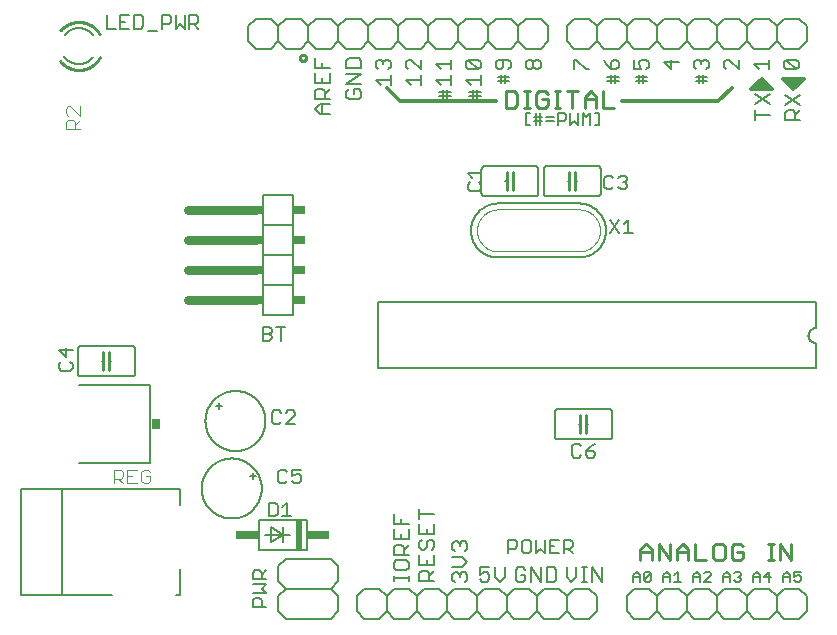
<source format=gto>
G75*
%MOIN*%
%OFA0B0*%
%FSLAX25Y25*%
%IPPOS*%
%LPD*%
%AMOC8*
5,1,8,0,0,1.08239X$1,22.5*
%
%ADD10C,0.01200*%
%ADD11C,0.01000*%
%ADD12C,0.00700*%
%ADD13C,0.00500*%
%ADD14C,0.00600*%
%ADD15C,0.00200*%
%ADD16C,0.00400*%
%ADD17R,0.02000X0.10000*%
%ADD18R,0.07500X0.03000*%
%ADD19C,0.00800*%
%ADD20R,0.03000X0.03400*%
%ADD21C,0.03000*%
%ADD22R,0.02000X0.03000*%
%ADD23R,0.04000X0.03000*%
D10*
X0205480Y0187500D02*
X0209980Y0183000D01*
X0241980Y0183000D01*
X0283980Y0183000D02*
X0315980Y0183000D01*
X0320480Y0187500D01*
X0326980Y0187000D02*
X0330480Y0190500D01*
X0333980Y0187000D01*
X0326980Y0187000D01*
X0328480Y0187500D02*
X0330480Y0189500D01*
X0332480Y0187500D01*
X0329480Y0187500D01*
X0330980Y0188500D01*
X0337480Y0190500D02*
X0340980Y0187000D01*
X0344480Y0190500D01*
X0337480Y0190500D01*
X0338980Y0190000D02*
X0342980Y0190000D01*
X0340980Y0188000D01*
X0339480Y0189500D01*
X0341480Y0189500D01*
X0340980Y0189000D02*
X0340980Y0188500D01*
D11*
X0281272Y0180859D02*
X0277535Y0180859D01*
X0277535Y0186464D01*
X0275195Y0184596D02*
X0275195Y0180859D01*
X0271458Y0180859D02*
X0271458Y0184596D01*
X0273326Y0186464D01*
X0275195Y0184596D01*
X0275195Y0183661D02*
X0271458Y0183661D01*
X0269118Y0186464D02*
X0265381Y0186464D01*
X0267249Y0186464D02*
X0267249Y0180859D01*
X0263198Y0180859D02*
X0261330Y0180859D01*
X0262264Y0180859D02*
X0262264Y0186464D01*
X0261330Y0186464D02*
X0263198Y0186464D01*
X0258989Y0185530D02*
X0258055Y0186464D01*
X0256187Y0186464D01*
X0255252Y0185530D01*
X0255252Y0181793D01*
X0256187Y0180859D01*
X0258055Y0180859D01*
X0258989Y0181793D01*
X0258989Y0183661D01*
X0257121Y0183661D01*
X0253069Y0186464D02*
X0251201Y0186464D01*
X0252135Y0186464D02*
X0252135Y0180859D01*
X0251201Y0180859D02*
X0253069Y0180859D01*
X0248860Y0181793D02*
X0248860Y0185530D01*
X0247926Y0186464D01*
X0245124Y0186464D01*
X0245124Y0180859D01*
X0247926Y0180859D01*
X0248860Y0181793D01*
X0247480Y0159500D02*
X0247480Y0156500D01*
X0247480Y0153500D01*
X0245480Y0153500D02*
X0245480Y0156500D01*
X0245480Y0159500D01*
X0266230Y0159500D02*
X0266230Y0156500D01*
X0266230Y0153500D01*
X0268230Y0153500D02*
X0268230Y0156500D01*
X0268230Y0159500D01*
X0176480Y0197500D02*
X0176482Y0197563D01*
X0176488Y0197625D01*
X0176498Y0197687D01*
X0176511Y0197749D01*
X0176529Y0197809D01*
X0176550Y0197868D01*
X0176575Y0197926D01*
X0176604Y0197982D01*
X0176636Y0198036D01*
X0176671Y0198088D01*
X0176709Y0198137D01*
X0176751Y0198185D01*
X0176795Y0198229D01*
X0176843Y0198271D01*
X0176892Y0198309D01*
X0176944Y0198344D01*
X0176998Y0198376D01*
X0177054Y0198405D01*
X0177112Y0198430D01*
X0177171Y0198451D01*
X0177231Y0198469D01*
X0177293Y0198482D01*
X0177355Y0198492D01*
X0177417Y0198498D01*
X0177480Y0198500D01*
X0177543Y0198498D01*
X0177605Y0198492D01*
X0177667Y0198482D01*
X0177729Y0198469D01*
X0177789Y0198451D01*
X0177848Y0198430D01*
X0177906Y0198405D01*
X0177962Y0198376D01*
X0178016Y0198344D01*
X0178068Y0198309D01*
X0178117Y0198271D01*
X0178165Y0198229D01*
X0178209Y0198185D01*
X0178251Y0198137D01*
X0178289Y0198088D01*
X0178324Y0198036D01*
X0178356Y0197982D01*
X0178385Y0197926D01*
X0178410Y0197868D01*
X0178431Y0197809D01*
X0178449Y0197749D01*
X0178462Y0197687D01*
X0178472Y0197625D01*
X0178478Y0197563D01*
X0178480Y0197500D01*
X0178478Y0197437D01*
X0178472Y0197375D01*
X0178462Y0197313D01*
X0178449Y0197251D01*
X0178431Y0197191D01*
X0178410Y0197132D01*
X0178385Y0197074D01*
X0178356Y0197018D01*
X0178324Y0196964D01*
X0178289Y0196912D01*
X0178251Y0196863D01*
X0178209Y0196815D01*
X0178165Y0196771D01*
X0178117Y0196729D01*
X0178068Y0196691D01*
X0178016Y0196656D01*
X0177962Y0196624D01*
X0177906Y0196595D01*
X0177848Y0196570D01*
X0177789Y0196549D01*
X0177729Y0196531D01*
X0177667Y0196518D01*
X0177605Y0196508D01*
X0177543Y0196502D01*
X0177480Y0196500D01*
X0177417Y0196502D01*
X0177355Y0196508D01*
X0177293Y0196518D01*
X0177231Y0196531D01*
X0177171Y0196549D01*
X0177112Y0196570D01*
X0177054Y0196595D01*
X0176998Y0196624D01*
X0176944Y0196656D01*
X0176892Y0196691D01*
X0176843Y0196729D01*
X0176795Y0196771D01*
X0176751Y0196815D01*
X0176709Y0196863D01*
X0176671Y0196912D01*
X0176636Y0196964D01*
X0176604Y0197018D01*
X0176575Y0197074D01*
X0176550Y0197132D01*
X0176529Y0197191D01*
X0176511Y0197251D01*
X0176498Y0197313D01*
X0176488Y0197375D01*
X0176482Y0197437D01*
X0176480Y0197500D01*
X0109677Y0205469D02*
X0109578Y0205638D01*
X0109474Y0205804D01*
X0109367Y0205968D01*
X0109256Y0206129D01*
X0109141Y0206287D01*
X0109022Y0206442D01*
X0108899Y0206595D01*
X0108773Y0206744D01*
X0108643Y0206890D01*
X0108509Y0207033D01*
X0108372Y0207173D01*
X0108232Y0207309D01*
X0108088Y0207442D01*
X0107941Y0207571D01*
X0107791Y0207697D01*
X0107638Y0207818D01*
X0107482Y0207937D01*
X0107323Y0208051D01*
X0107162Y0208161D01*
X0106997Y0208267D01*
X0106831Y0208370D01*
X0106661Y0208468D01*
X0106490Y0208562D01*
X0106316Y0208652D01*
X0106140Y0208737D01*
X0105962Y0208819D01*
X0105782Y0208895D01*
X0105600Y0208968D01*
X0105417Y0209036D01*
X0105232Y0209099D01*
X0105045Y0209158D01*
X0104857Y0209212D01*
X0104668Y0209262D01*
X0104478Y0209307D01*
X0104286Y0209347D01*
X0104094Y0209383D01*
X0103901Y0209414D01*
X0103707Y0209440D01*
X0103512Y0209462D01*
X0103317Y0209478D01*
X0103122Y0209490D01*
X0102926Y0209498D01*
X0102731Y0209500D01*
X0109789Y0197735D02*
X0109696Y0197567D01*
X0109600Y0197401D01*
X0109500Y0197237D01*
X0109395Y0197076D01*
X0109287Y0196917D01*
X0109175Y0196761D01*
X0109059Y0196607D01*
X0108940Y0196457D01*
X0108817Y0196309D01*
X0108691Y0196164D01*
X0108561Y0196023D01*
X0108428Y0195884D01*
X0108291Y0195749D01*
X0108151Y0195617D01*
X0108009Y0195489D01*
X0107863Y0195364D01*
X0107714Y0195242D01*
X0107562Y0195124D01*
X0107408Y0195010D01*
X0107250Y0194900D01*
X0107091Y0194793D01*
X0106928Y0194690D01*
X0106763Y0194591D01*
X0106596Y0194496D01*
X0106427Y0194406D01*
X0106256Y0194319D01*
X0106082Y0194236D01*
X0105907Y0194158D01*
X0105729Y0194084D01*
X0105550Y0194014D01*
X0105370Y0193948D01*
X0105188Y0193887D01*
X0105004Y0193830D01*
X0104819Y0193778D01*
X0104633Y0193730D01*
X0104446Y0193686D01*
X0104258Y0193647D01*
X0104069Y0193613D01*
X0103879Y0193583D01*
X0103689Y0193558D01*
X0103498Y0193537D01*
X0103306Y0193521D01*
X0103114Y0193509D01*
X0102922Y0193502D01*
X0102730Y0193500D01*
X0096623Y0206668D02*
X0096750Y0206814D01*
X0096879Y0206956D01*
X0097013Y0207096D01*
X0097149Y0207232D01*
X0097289Y0207365D01*
X0097432Y0207495D01*
X0097579Y0207621D01*
X0097728Y0207743D01*
X0097880Y0207862D01*
X0098035Y0207977D01*
X0098192Y0208089D01*
X0098352Y0208196D01*
X0098515Y0208300D01*
X0098681Y0208399D01*
X0098848Y0208495D01*
X0099018Y0208587D01*
X0099190Y0208674D01*
X0099364Y0208758D01*
X0099540Y0208837D01*
X0099718Y0208911D01*
X0099898Y0208982D01*
X0100079Y0209048D01*
X0100262Y0209110D01*
X0100446Y0209167D01*
X0100632Y0209220D01*
X0100819Y0209268D01*
X0101007Y0209312D01*
X0101196Y0209351D01*
X0101386Y0209386D01*
X0101576Y0209416D01*
X0101767Y0209442D01*
X0101959Y0209463D01*
X0102152Y0209479D01*
X0102344Y0209491D01*
X0102537Y0209498D01*
X0102730Y0209500D01*
X0096584Y0196378D02*
X0096711Y0196230D01*
X0096841Y0196085D01*
X0096974Y0195944D01*
X0097111Y0195805D01*
X0097251Y0195670D01*
X0097395Y0195539D01*
X0097542Y0195411D01*
X0097691Y0195286D01*
X0097844Y0195165D01*
X0097999Y0195048D01*
X0098158Y0194935D01*
X0098319Y0194826D01*
X0098483Y0194721D01*
X0098649Y0194619D01*
X0098818Y0194522D01*
X0098988Y0194429D01*
X0099162Y0194340D01*
X0099337Y0194255D01*
X0099514Y0194175D01*
X0099693Y0194099D01*
X0099874Y0194027D01*
X0100057Y0193960D01*
X0100241Y0193897D01*
X0100427Y0193839D01*
X0100614Y0193785D01*
X0100802Y0193736D01*
X0100992Y0193691D01*
X0101182Y0193651D01*
X0101374Y0193616D01*
X0101566Y0193585D01*
X0101759Y0193559D01*
X0101953Y0193538D01*
X0102147Y0193521D01*
X0102341Y0193509D01*
X0102535Y0193502D01*
X0102730Y0193500D01*
X0110980Y0099500D02*
X0110980Y0096500D01*
X0110980Y0093500D01*
X0112980Y0093500D02*
X0112980Y0096500D01*
X0112980Y0099500D01*
X0269980Y0078500D02*
X0269980Y0075500D01*
X0269980Y0072500D01*
X0271980Y0072500D02*
X0271980Y0075500D01*
X0271980Y0078500D01*
X0291849Y0035605D02*
X0293717Y0033737D01*
X0293717Y0030000D01*
X0296058Y0030000D02*
X0296058Y0035605D01*
X0299794Y0030000D01*
X0299794Y0035605D01*
X0302135Y0033737D02*
X0304003Y0035605D01*
X0305871Y0033737D01*
X0305871Y0030000D01*
X0308212Y0030000D02*
X0311949Y0030000D01*
X0314289Y0030934D02*
X0315223Y0030000D01*
X0317092Y0030000D01*
X0318026Y0030934D01*
X0318026Y0034671D01*
X0317092Y0035605D01*
X0315223Y0035605D01*
X0314289Y0034671D01*
X0314289Y0030934D01*
X0320366Y0030934D02*
X0320366Y0034671D01*
X0321301Y0035605D01*
X0323169Y0035605D01*
X0324103Y0034671D01*
X0324103Y0032802D02*
X0322235Y0032802D01*
X0324103Y0032802D02*
X0324103Y0030934D01*
X0323169Y0030000D01*
X0321301Y0030000D01*
X0320366Y0030934D01*
X0332521Y0030000D02*
X0334389Y0030000D01*
X0333455Y0030000D02*
X0333455Y0035605D01*
X0332521Y0035605D02*
X0334389Y0035605D01*
X0336572Y0035605D02*
X0340309Y0030000D01*
X0340309Y0035605D01*
X0336572Y0035605D02*
X0336572Y0030000D01*
X0308212Y0030000D02*
X0308212Y0035605D01*
X0302135Y0033737D02*
X0302135Y0030000D01*
X0302135Y0032802D02*
X0305871Y0032802D01*
X0293717Y0032802D02*
X0289980Y0032802D01*
X0289980Y0033737D02*
X0289980Y0030000D01*
X0289980Y0033737D02*
X0291849Y0035605D01*
D12*
X0277194Y0027754D02*
X0277194Y0022850D01*
X0273924Y0027754D01*
X0273924Y0022850D01*
X0272122Y0022850D02*
X0270487Y0022850D01*
X0271304Y0022850D02*
X0271304Y0027754D01*
X0270487Y0027754D02*
X0272122Y0027754D01*
X0268600Y0027754D02*
X0268600Y0024485D01*
X0266965Y0022850D01*
X0265330Y0024485D01*
X0265330Y0027754D01*
X0261946Y0026885D02*
X0261128Y0027702D01*
X0258676Y0027702D01*
X0258676Y0022798D01*
X0261128Y0022798D01*
X0261946Y0023615D01*
X0261946Y0026885D01*
X0256789Y0027702D02*
X0256789Y0022798D01*
X0253520Y0027702D01*
X0253520Y0022798D01*
X0251633Y0023615D02*
X0251633Y0025250D01*
X0249998Y0025250D01*
X0248363Y0023615D02*
X0249181Y0022798D01*
X0250816Y0022798D01*
X0251633Y0023615D01*
X0248363Y0023615D02*
X0248363Y0026885D01*
X0249181Y0027702D01*
X0250816Y0027702D01*
X0251633Y0026885D01*
X0244756Y0027754D02*
X0244756Y0024485D01*
X0243122Y0022850D01*
X0241487Y0024485D01*
X0241487Y0027754D01*
X0239600Y0027754D02*
X0236330Y0027754D01*
X0236330Y0025302D01*
X0237965Y0026119D01*
X0238783Y0026119D01*
X0239600Y0025302D01*
X0239600Y0023667D01*
X0238783Y0022850D01*
X0237148Y0022850D01*
X0236330Y0023667D01*
X0236730Y0188537D02*
X0236730Y0191807D01*
X0236730Y0190172D02*
X0231826Y0190172D01*
X0233461Y0188537D01*
X0232644Y0193694D02*
X0231826Y0194511D01*
X0231826Y0196146D01*
X0232644Y0196963D01*
X0235913Y0193694D01*
X0236730Y0194511D01*
X0236730Y0196146D01*
X0235913Y0196963D01*
X0232644Y0196963D01*
X0226730Y0196963D02*
X0226730Y0193694D01*
X0226730Y0195328D02*
X0221826Y0195328D01*
X0223461Y0193694D01*
X0226730Y0191807D02*
X0226730Y0188537D01*
X0226730Y0190172D02*
X0221826Y0190172D01*
X0223461Y0188537D01*
X0216730Y0188537D02*
X0216730Y0191807D01*
X0216730Y0190172D02*
X0211826Y0190172D01*
X0213461Y0188537D01*
X0212644Y0193694D02*
X0211826Y0194511D01*
X0211826Y0196146D01*
X0212644Y0196963D01*
X0213461Y0196963D01*
X0216730Y0193694D01*
X0216730Y0196963D01*
X0206730Y0196146D02*
X0206730Y0194511D01*
X0205913Y0193694D01*
X0206730Y0191807D02*
X0206730Y0188537D01*
X0206730Y0190172D02*
X0201826Y0190172D01*
X0203461Y0188537D01*
X0202644Y0193694D02*
X0201826Y0194511D01*
X0201826Y0196146D01*
X0202644Y0196963D01*
X0203461Y0196963D01*
X0204278Y0196146D01*
X0205096Y0196963D01*
X0205913Y0196963D01*
X0206730Y0196146D01*
X0204278Y0196146D02*
X0204278Y0195328D01*
X0232644Y0193694D02*
X0235913Y0193694D01*
X0241826Y0194511D02*
X0242644Y0193694D01*
X0243461Y0193694D01*
X0244278Y0194511D01*
X0244278Y0196963D01*
X0242644Y0196963D02*
X0245913Y0196963D01*
X0246730Y0196146D01*
X0246730Y0194511D01*
X0245913Y0193694D01*
X0241826Y0194511D02*
X0241826Y0196146D01*
X0242644Y0196963D01*
X0251826Y0196146D02*
X0252644Y0196963D01*
X0253461Y0196963D01*
X0254278Y0196146D01*
X0254278Y0194511D01*
X0253461Y0193694D01*
X0252644Y0193694D01*
X0251826Y0194511D01*
X0251826Y0196146D01*
X0254278Y0196146D02*
X0255096Y0196963D01*
X0255913Y0196963D01*
X0256730Y0196146D01*
X0256730Y0194511D01*
X0255913Y0193694D01*
X0255096Y0193694D01*
X0254278Y0194511D01*
X0267826Y0193694D02*
X0267826Y0196963D01*
X0268644Y0196963D01*
X0271913Y0193694D01*
X0272730Y0193694D01*
X0277826Y0196963D02*
X0278644Y0195328D01*
X0280278Y0193694D01*
X0280278Y0196146D01*
X0281096Y0196963D01*
X0281913Y0196963D01*
X0282730Y0196146D01*
X0282730Y0194511D01*
X0281913Y0193694D01*
X0280278Y0193694D01*
X0287826Y0193694D02*
X0287826Y0196963D01*
X0289461Y0196146D02*
X0290278Y0196963D01*
X0291913Y0196963D01*
X0292730Y0196146D01*
X0292730Y0194511D01*
X0291913Y0193694D01*
X0290278Y0193694D02*
X0289461Y0195328D01*
X0289461Y0196146D01*
X0290278Y0193694D02*
X0287826Y0193694D01*
X0297826Y0196146D02*
X0300278Y0193694D01*
X0300278Y0196963D01*
X0302730Y0196146D02*
X0297826Y0196146D01*
X0307826Y0196146D02*
X0308644Y0196963D01*
X0309461Y0196963D01*
X0310278Y0196146D01*
X0311096Y0196963D01*
X0311913Y0196963D01*
X0312730Y0196146D01*
X0312730Y0194511D01*
X0311913Y0193694D01*
X0310278Y0195328D02*
X0310278Y0196146D01*
X0307826Y0196146D02*
X0307826Y0194511D01*
X0308644Y0193694D01*
X0317826Y0194511D02*
X0318644Y0193694D01*
X0317826Y0194511D02*
X0317826Y0196146D01*
X0318644Y0196963D01*
X0319461Y0196963D01*
X0322730Y0193694D01*
X0322730Y0196963D01*
X0327826Y0195328D02*
X0329461Y0193694D01*
X0327826Y0195328D02*
X0332730Y0195328D01*
X0332730Y0193694D02*
X0332730Y0196963D01*
X0337826Y0196146D02*
X0338644Y0196963D01*
X0341913Y0193694D01*
X0342730Y0194511D01*
X0342730Y0196146D01*
X0341913Y0196963D01*
X0338644Y0196963D01*
X0337826Y0196146D02*
X0337826Y0194511D01*
X0338644Y0193694D01*
X0341913Y0193694D01*
D13*
X0113980Y0018500D02*
X0083380Y0018500D01*
X0083380Y0053900D01*
X0097080Y0053900D01*
X0097080Y0018600D01*
X0135230Y0018500D02*
X0136480Y0018500D01*
X0136480Y0027250D01*
X0160727Y0025960D02*
X0160727Y0023708D01*
X0165230Y0023708D01*
X0163729Y0023708D02*
X0163729Y0025960D01*
X0162979Y0026710D01*
X0161477Y0026710D01*
X0160727Y0025960D01*
X0163729Y0025209D02*
X0165230Y0026710D01*
X0165230Y0022106D02*
X0160727Y0022106D01*
X0163729Y0020605D02*
X0165230Y0022106D01*
X0163729Y0020605D02*
X0165230Y0019104D01*
X0160727Y0019104D01*
X0161477Y0017503D02*
X0162979Y0017503D01*
X0163729Y0016752D01*
X0163729Y0014500D01*
X0165230Y0014500D02*
X0160727Y0014500D01*
X0160727Y0016752D01*
X0161477Y0017503D01*
X0166023Y0044750D02*
X0168274Y0044750D01*
X0169025Y0045501D01*
X0169025Y0048503D01*
X0168274Y0049254D01*
X0166023Y0049254D01*
X0166023Y0044750D01*
X0170626Y0044750D02*
X0173629Y0044750D01*
X0172128Y0044750D02*
X0172128Y0049254D01*
X0170626Y0047753D01*
X0169981Y0055750D02*
X0171482Y0055750D01*
X0172233Y0056501D01*
X0173834Y0056501D02*
X0174585Y0055750D01*
X0176086Y0055750D01*
X0176837Y0056501D01*
X0176837Y0058002D01*
X0176086Y0058753D01*
X0175336Y0058753D01*
X0173834Y0058002D01*
X0173834Y0060254D01*
X0176837Y0060254D01*
X0172233Y0059503D02*
X0171482Y0060254D01*
X0169981Y0060254D01*
X0169230Y0059503D01*
X0169230Y0056501D01*
X0169981Y0055750D01*
X0169482Y0075500D02*
X0170233Y0076251D01*
X0169482Y0075500D02*
X0167981Y0075500D01*
X0167230Y0076251D01*
X0167230Y0079253D01*
X0167981Y0080004D01*
X0169482Y0080004D01*
X0170233Y0079253D01*
X0171834Y0079253D02*
X0172585Y0080004D01*
X0174086Y0080004D01*
X0174837Y0079253D01*
X0174837Y0078503D01*
X0171834Y0075500D01*
X0174837Y0075500D01*
X0136480Y0053900D02*
X0097080Y0053900D01*
X0136480Y0053900D02*
X0136480Y0048500D01*
X0099980Y0093250D02*
X0096977Y0093250D01*
X0096227Y0094001D01*
X0096227Y0095502D01*
X0096977Y0096253D01*
X0098479Y0097854D02*
X0098479Y0100856D01*
X0100730Y0100106D02*
X0096227Y0100106D01*
X0098479Y0097854D01*
X0099980Y0096253D02*
X0100730Y0095502D01*
X0100730Y0094001D01*
X0099980Y0093250D01*
X0164023Y0103250D02*
X0166274Y0103250D01*
X0167025Y0104001D01*
X0167025Y0104751D01*
X0166274Y0105502D01*
X0164023Y0105502D01*
X0166274Y0105502D02*
X0167025Y0106253D01*
X0167025Y0107003D01*
X0166274Y0107754D01*
X0164023Y0107754D01*
X0164023Y0103250D01*
X0170128Y0103250D02*
X0170128Y0107754D01*
X0171629Y0107754D02*
X0168626Y0107754D01*
X0232477Y0153751D02*
X0233227Y0153000D01*
X0236230Y0153000D01*
X0236980Y0153751D01*
X0236980Y0155252D01*
X0236230Y0156003D01*
X0236980Y0157604D02*
X0236980Y0160606D01*
X0236980Y0159105D02*
X0232477Y0159105D01*
X0233978Y0157604D01*
X0233227Y0156003D02*
X0232477Y0155252D01*
X0232477Y0153751D01*
X0277980Y0154501D02*
X0278731Y0153750D01*
X0280232Y0153750D01*
X0280983Y0154501D01*
X0282584Y0154501D02*
X0283335Y0153750D01*
X0284836Y0153750D01*
X0285587Y0154501D01*
X0285587Y0155251D01*
X0284836Y0156002D01*
X0284086Y0156002D01*
X0284836Y0156002D02*
X0285587Y0156753D01*
X0285587Y0157503D01*
X0284836Y0158254D01*
X0283335Y0158254D01*
X0282584Y0157503D01*
X0280983Y0157503D02*
X0280232Y0158254D01*
X0278731Y0158254D01*
X0277980Y0157503D01*
X0277980Y0154501D01*
X0279773Y0143504D02*
X0282775Y0139000D01*
X0284376Y0139000D02*
X0287379Y0139000D01*
X0285878Y0139000D02*
X0285878Y0143504D01*
X0284376Y0142003D01*
X0282775Y0143504D02*
X0279773Y0139000D01*
X0274837Y0068754D02*
X0273336Y0068003D01*
X0271834Y0066502D01*
X0274086Y0066502D01*
X0274837Y0065751D01*
X0274837Y0065001D01*
X0274086Y0064250D01*
X0272585Y0064250D01*
X0271834Y0065001D01*
X0271834Y0066502D01*
X0270233Y0068003D02*
X0269482Y0068754D01*
X0267981Y0068754D01*
X0267230Y0068003D01*
X0267230Y0065001D01*
X0267981Y0064250D01*
X0269482Y0064250D01*
X0270233Y0065001D01*
X0266598Y0036954D02*
X0264346Y0036954D01*
X0264346Y0032450D01*
X0264346Y0033951D02*
X0266598Y0033951D01*
X0267349Y0034702D01*
X0267349Y0036203D01*
X0266598Y0036954D01*
X0265847Y0033951D02*
X0267349Y0032450D01*
X0262745Y0032450D02*
X0259742Y0032450D01*
X0259742Y0036954D01*
X0262745Y0036954D01*
X0261243Y0034702D02*
X0259742Y0034702D01*
X0258141Y0032450D02*
X0258141Y0036954D01*
X0255138Y0036954D02*
X0255138Y0032450D01*
X0256640Y0033951D01*
X0258141Y0032450D01*
X0253537Y0033201D02*
X0253537Y0036203D01*
X0252786Y0036954D01*
X0251285Y0036954D01*
X0250534Y0036203D01*
X0250534Y0033201D01*
X0251285Y0032450D01*
X0252786Y0032450D01*
X0253537Y0033201D01*
X0248933Y0034702D02*
X0248933Y0036203D01*
X0248182Y0036954D01*
X0245930Y0036954D01*
X0245930Y0032450D01*
X0245930Y0033951D02*
X0248182Y0033951D01*
X0248933Y0034702D01*
X0287536Y0025133D02*
X0287536Y0022798D01*
X0287536Y0024550D02*
X0289871Y0024550D01*
X0289871Y0025133D02*
X0289871Y0022798D01*
X0291219Y0023382D02*
X0293554Y0025717D01*
X0293554Y0023382D01*
X0292971Y0022798D01*
X0291803Y0022798D01*
X0291219Y0023382D01*
X0291219Y0025717D01*
X0291803Y0026301D01*
X0292971Y0026301D01*
X0293554Y0025717D01*
X0289871Y0025133D02*
X0288704Y0026301D01*
X0287536Y0025133D01*
X0297536Y0025133D02*
X0297536Y0022798D01*
X0297536Y0024550D02*
X0299871Y0024550D01*
X0299871Y0025133D02*
X0299871Y0022798D01*
X0301219Y0022798D02*
X0303554Y0022798D01*
X0302387Y0022798D02*
X0302387Y0026301D01*
X0301219Y0025133D01*
X0299871Y0025133D02*
X0298704Y0026301D01*
X0297536Y0025133D01*
X0307536Y0025133D02*
X0307536Y0022798D01*
X0307536Y0024550D02*
X0309871Y0024550D01*
X0309871Y0025133D02*
X0309871Y0022798D01*
X0311219Y0022798D02*
X0313554Y0025133D01*
X0313554Y0025717D01*
X0312971Y0026301D01*
X0311803Y0026301D01*
X0311219Y0025717D01*
X0309871Y0025133D02*
X0308704Y0026301D01*
X0307536Y0025133D01*
X0311219Y0022798D02*
X0313554Y0022798D01*
X0317536Y0022798D02*
X0317536Y0025133D01*
X0318704Y0026301D01*
X0319871Y0025133D01*
X0319871Y0022798D01*
X0321219Y0023382D02*
X0321803Y0022798D01*
X0322971Y0022798D01*
X0323554Y0023382D01*
X0323554Y0023966D01*
X0322971Y0024550D01*
X0322387Y0024550D01*
X0322971Y0024550D02*
X0323554Y0025133D01*
X0323554Y0025717D01*
X0322971Y0026301D01*
X0321803Y0026301D01*
X0321219Y0025717D01*
X0319871Y0024550D02*
X0317536Y0024550D01*
X0327536Y0024550D02*
X0329871Y0024550D01*
X0329871Y0025133D02*
X0329871Y0022798D01*
X0331219Y0024550D02*
X0333554Y0024550D01*
X0332971Y0026301D02*
X0331219Y0024550D01*
X0329871Y0025133D02*
X0328704Y0026301D01*
X0327536Y0025133D01*
X0327536Y0022798D01*
X0332971Y0022798D02*
X0332971Y0026301D01*
X0337536Y0025133D02*
X0337536Y0022798D01*
X0337536Y0024550D02*
X0339871Y0024550D01*
X0339871Y0025133D02*
X0339871Y0022798D01*
X0341219Y0023382D02*
X0341803Y0022798D01*
X0342971Y0022798D01*
X0343554Y0023382D01*
X0343554Y0024550D01*
X0342971Y0025133D01*
X0342387Y0025133D01*
X0341219Y0024550D01*
X0341219Y0026301D01*
X0343554Y0026301D01*
X0339871Y0025133D02*
X0338704Y0026301D01*
X0337536Y0025133D01*
X0142629Y0207250D02*
X0141128Y0208751D01*
X0141878Y0208751D02*
X0139626Y0208751D01*
X0139626Y0207250D02*
X0139626Y0211754D01*
X0141878Y0211754D01*
X0142629Y0211003D01*
X0142629Y0209502D01*
X0141878Y0208751D01*
X0138025Y0207250D02*
X0138025Y0211754D01*
X0135023Y0211754D02*
X0135023Y0207250D01*
X0136524Y0208751D01*
X0138025Y0207250D01*
X0133421Y0209502D02*
X0132671Y0208751D01*
X0130419Y0208751D01*
X0130419Y0207250D02*
X0130419Y0211754D01*
X0132671Y0211754D01*
X0133421Y0211003D01*
X0133421Y0209502D01*
X0128817Y0206499D02*
X0125815Y0206499D01*
X0124213Y0208001D02*
X0124213Y0211003D01*
X0123463Y0211754D01*
X0121211Y0211754D01*
X0121211Y0207250D01*
X0123463Y0207250D01*
X0124213Y0208001D01*
X0119609Y0207250D02*
X0116607Y0207250D01*
X0116607Y0211754D01*
X0119609Y0211754D01*
X0118108Y0209502D02*
X0116607Y0209502D01*
X0115005Y0207250D02*
X0112003Y0207250D01*
X0112003Y0211754D01*
D14*
X0102731Y0195500D02*
X0102577Y0195502D01*
X0102423Y0195508D01*
X0102269Y0195518D01*
X0102115Y0195532D01*
X0101962Y0195549D01*
X0101810Y0195571D01*
X0101658Y0195597D01*
X0101506Y0195626D01*
X0101356Y0195660D01*
X0101206Y0195697D01*
X0101058Y0195738D01*
X0100910Y0195783D01*
X0100764Y0195832D01*
X0100619Y0195884D01*
X0100476Y0195940D01*
X0100333Y0196000D01*
X0100193Y0196063D01*
X0100054Y0196130D01*
X0099917Y0196201D01*
X0099782Y0196275D01*
X0099649Y0196352D01*
X0099517Y0196433D01*
X0099388Y0196517D01*
X0099261Y0196605D01*
X0099137Y0196696D01*
X0099015Y0196789D01*
X0098895Y0196887D01*
X0098778Y0196987D01*
X0098663Y0197090D01*
X0098551Y0197196D01*
X0098442Y0197304D01*
X0098336Y0197416D01*
X0098232Y0197530D01*
X0098132Y0197647D01*
X0098034Y0197766D01*
X0097940Y0197888D01*
X0097849Y0198013D01*
X0102730Y0207500D02*
X0102882Y0207498D01*
X0103033Y0207492D01*
X0103184Y0207483D01*
X0103336Y0207469D01*
X0103486Y0207452D01*
X0103636Y0207431D01*
X0103786Y0207406D01*
X0103935Y0207378D01*
X0104083Y0207345D01*
X0104230Y0207309D01*
X0104377Y0207270D01*
X0104522Y0207226D01*
X0104666Y0207179D01*
X0104809Y0207128D01*
X0104950Y0207074D01*
X0105091Y0207016D01*
X0105229Y0206955D01*
X0105366Y0206890D01*
X0105502Y0206821D01*
X0105635Y0206750D01*
X0105767Y0206675D01*
X0105897Y0206596D01*
X0106024Y0206515D01*
X0106150Y0206430D01*
X0106274Y0206342D01*
X0106395Y0206251D01*
X0106514Y0206157D01*
X0106630Y0206059D01*
X0106744Y0205959D01*
X0106856Y0205857D01*
X0106964Y0205751D01*
X0107070Y0205643D01*
X0107174Y0205532D01*
X0107274Y0205418D01*
X0107372Y0205302D01*
X0107466Y0205183D01*
X0102730Y0207500D02*
X0102578Y0207498D01*
X0102427Y0207492D01*
X0102276Y0207483D01*
X0102124Y0207469D01*
X0101974Y0207452D01*
X0101824Y0207431D01*
X0101674Y0207406D01*
X0101525Y0207378D01*
X0101377Y0207345D01*
X0101230Y0207309D01*
X0101083Y0207270D01*
X0100938Y0207226D01*
X0100794Y0207179D01*
X0100651Y0207128D01*
X0100510Y0207074D01*
X0100369Y0207016D01*
X0100231Y0206955D01*
X0100094Y0206890D01*
X0099958Y0206821D01*
X0099825Y0206750D01*
X0099693Y0206675D01*
X0099563Y0206596D01*
X0099436Y0206515D01*
X0099310Y0206430D01*
X0099186Y0206342D01*
X0099065Y0206251D01*
X0098946Y0206157D01*
X0098830Y0206059D01*
X0098716Y0205959D01*
X0098604Y0205857D01*
X0098496Y0205751D01*
X0098390Y0205643D01*
X0098286Y0205532D01*
X0098186Y0205418D01*
X0098088Y0205302D01*
X0097994Y0205183D01*
X0102730Y0195500D02*
X0102880Y0195502D01*
X0103031Y0195508D01*
X0103181Y0195517D01*
X0103330Y0195530D01*
X0103480Y0195547D01*
X0103629Y0195568D01*
X0103777Y0195592D01*
X0103925Y0195620D01*
X0104072Y0195652D01*
X0104218Y0195687D01*
X0104363Y0195727D01*
X0104507Y0195769D01*
X0104650Y0195816D01*
X0104792Y0195866D01*
X0104933Y0195919D01*
X0105072Y0195976D01*
X0105210Y0196036D01*
X0105346Y0196100D01*
X0105480Y0196167D01*
X0105613Y0196238D01*
X0105744Y0196312D01*
X0105873Y0196389D01*
X0106000Y0196470D01*
X0106125Y0196553D01*
X0106248Y0196640D01*
X0106369Y0196729D01*
X0106487Y0196822D01*
X0106603Y0196918D01*
X0106717Y0197016D01*
X0106828Y0197117D01*
X0106937Y0197222D01*
X0107042Y0197328D01*
X0107146Y0197438D01*
X0107246Y0197550D01*
X0107344Y0197664D01*
X0107438Y0197781D01*
X0107530Y0197900D01*
X0159230Y0203000D02*
X0161730Y0200500D01*
X0166730Y0200500D01*
X0169230Y0203000D01*
X0171730Y0200500D01*
X0176730Y0200500D01*
X0179230Y0203000D01*
X0179230Y0208000D01*
X0176730Y0210500D01*
X0171730Y0210500D01*
X0169230Y0208000D01*
X0169230Y0203000D01*
X0169230Y0208000D02*
X0166730Y0210500D01*
X0161730Y0210500D01*
X0159230Y0208000D01*
X0159230Y0203000D01*
X0179230Y0203000D02*
X0181730Y0200500D01*
X0186730Y0200500D01*
X0189230Y0203000D01*
X0191730Y0200500D01*
X0196730Y0200500D01*
X0199230Y0203000D01*
X0201730Y0200500D01*
X0206730Y0200500D01*
X0209230Y0203000D01*
X0209230Y0208000D01*
X0206730Y0210500D01*
X0201730Y0210500D01*
X0199230Y0208000D01*
X0199230Y0203000D01*
X0196021Y0197432D02*
X0192685Y0197432D01*
X0191851Y0196598D01*
X0191851Y0194096D01*
X0196855Y0194096D01*
X0196855Y0196598D01*
X0196021Y0197432D01*
X0196855Y0192275D02*
X0191851Y0192275D01*
X0186398Y0192375D02*
X0186398Y0189039D01*
X0181393Y0189039D01*
X0181393Y0192375D01*
X0181393Y0194196D02*
X0181393Y0197532D01*
X0183896Y0195864D02*
X0183896Y0194196D01*
X0186398Y0194196D02*
X0181393Y0194196D01*
X0183896Y0190707D02*
X0183896Y0189039D01*
X0183896Y0187219D02*
X0184730Y0186385D01*
X0184730Y0183883D01*
X0186398Y0183883D02*
X0181393Y0183883D01*
X0181393Y0186385D01*
X0182228Y0187219D01*
X0183896Y0187219D01*
X0184730Y0185551D02*
X0186398Y0187219D01*
X0191851Y0186285D02*
X0191851Y0184617D01*
X0192685Y0183783D01*
X0196021Y0183783D01*
X0196855Y0184617D01*
X0196855Y0186285D01*
X0196021Y0187119D01*
X0194353Y0187119D01*
X0194353Y0185451D01*
X0192685Y0187119D02*
X0191851Y0186285D01*
X0191851Y0188939D02*
X0196855Y0192275D01*
X0196855Y0188939D02*
X0191851Y0188939D01*
X0186398Y0182063D02*
X0183062Y0182063D01*
X0181393Y0180394D01*
X0183062Y0178726D01*
X0186398Y0178726D01*
X0183896Y0178726D02*
X0183896Y0182063D01*
X0209230Y0203000D02*
X0211730Y0200500D01*
X0216730Y0200500D01*
X0219230Y0203000D01*
X0221730Y0200500D01*
X0226730Y0200500D01*
X0229230Y0203000D01*
X0231730Y0200500D01*
X0236730Y0200500D01*
X0239230Y0203000D01*
X0239230Y0208000D01*
X0236730Y0210500D01*
X0231730Y0210500D01*
X0229230Y0208000D01*
X0229230Y0203000D01*
X0239230Y0203000D02*
X0241730Y0200500D01*
X0246730Y0200500D01*
X0249230Y0203000D01*
X0251730Y0200500D01*
X0256730Y0200500D01*
X0259230Y0203000D01*
X0259230Y0208000D01*
X0256730Y0210500D01*
X0251730Y0210500D01*
X0249230Y0208000D01*
X0249230Y0203000D01*
X0249230Y0208000D02*
X0246730Y0210500D01*
X0241730Y0210500D01*
X0239230Y0208000D01*
X0229230Y0208000D02*
X0226730Y0210500D01*
X0221730Y0210500D01*
X0219230Y0208000D01*
X0219230Y0203000D01*
X0219230Y0208000D02*
X0216730Y0210500D01*
X0211730Y0210500D01*
X0209230Y0208000D01*
X0199230Y0208000D02*
X0196730Y0210500D01*
X0191730Y0210500D01*
X0189230Y0208000D01*
X0189230Y0203000D01*
X0189230Y0208000D02*
X0186730Y0210500D01*
X0181730Y0210500D01*
X0179230Y0208000D01*
X0222877Y0186202D02*
X0226680Y0186202D01*
X0226680Y0184934D02*
X0222877Y0184934D01*
X0224145Y0184300D02*
X0224145Y0186202D01*
X0224145Y0186835D01*
X0225413Y0186835D02*
X0225413Y0184300D01*
X0232877Y0184934D02*
X0236680Y0184934D01*
X0236680Y0186202D02*
X0232877Y0186202D01*
X0234145Y0186202D02*
X0234145Y0186835D01*
X0234145Y0186202D02*
X0234145Y0184300D01*
X0235413Y0184300D02*
X0235413Y0186835D01*
X0242377Y0189934D02*
X0246180Y0189934D01*
X0246180Y0191202D02*
X0242377Y0191202D01*
X0243645Y0191202D02*
X0243645Y0191835D01*
X0243645Y0191202D02*
X0243645Y0189300D01*
X0244913Y0189300D02*
X0244913Y0191835D01*
X0251780Y0179103D02*
X0253048Y0179103D01*
X0251780Y0179103D02*
X0251780Y0175300D01*
X0253048Y0175300D01*
X0254481Y0176568D02*
X0257017Y0176568D01*
X0257017Y0177835D02*
X0256383Y0177835D01*
X0254481Y0177835D01*
X0255115Y0179103D02*
X0255115Y0175300D01*
X0256383Y0175300D02*
X0256383Y0179103D01*
X0258533Y0177835D02*
X0261068Y0177835D01*
X0261068Y0176568D02*
X0258533Y0176568D01*
X0262584Y0176568D02*
X0264486Y0176568D01*
X0265120Y0177202D01*
X0265120Y0178469D01*
X0264486Y0179103D01*
X0262584Y0179103D01*
X0262584Y0175300D01*
X0266636Y0175300D02*
X0267903Y0176568D01*
X0269171Y0175300D01*
X0269171Y0179103D01*
X0270687Y0179103D02*
X0271955Y0177835D01*
X0273223Y0179103D01*
X0273223Y0175300D01*
X0274739Y0175300D02*
X0276006Y0175300D01*
X0276006Y0179103D01*
X0274739Y0179103D01*
X0270687Y0179103D02*
X0270687Y0175300D01*
X0266636Y0175300D02*
X0266636Y0179103D01*
X0278877Y0189934D02*
X0282680Y0189934D01*
X0282680Y0191202D02*
X0278877Y0191202D01*
X0280145Y0191202D02*
X0280145Y0189300D01*
X0281413Y0189300D02*
X0281413Y0191835D01*
X0280145Y0191835D02*
X0280145Y0191202D01*
X0288377Y0191202D02*
X0292180Y0191202D01*
X0292180Y0189934D02*
X0288377Y0189934D01*
X0289645Y0189300D02*
X0289645Y0191202D01*
X0289645Y0191835D01*
X0290913Y0191835D02*
X0290913Y0189300D01*
X0292980Y0200500D02*
X0287980Y0200500D01*
X0285480Y0203000D01*
X0282980Y0200500D01*
X0277980Y0200500D01*
X0275480Y0203000D01*
X0272980Y0200500D01*
X0267980Y0200500D01*
X0265480Y0203000D01*
X0265480Y0208000D01*
X0267980Y0210500D01*
X0272980Y0210500D01*
X0275480Y0208000D01*
X0277980Y0210500D01*
X0282980Y0210500D01*
X0285480Y0208000D01*
X0287980Y0210500D01*
X0292980Y0210500D01*
X0295480Y0208000D01*
X0297980Y0210500D01*
X0302980Y0210500D01*
X0305480Y0208000D01*
X0307980Y0210500D01*
X0312980Y0210500D01*
X0315480Y0208000D01*
X0317980Y0210500D01*
X0322980Y0210500D01*
X0325480Y0208000D01*
X0327980Y0210500D01*
X0332980Y0210500D01*
X0335480Y0208000D01*
X0337980Y0210500D01*
X0342980Y0210500D01*
X0345480Y0208000D01*
X0345480Y0203000D01*
X0342980Y0200500D01*
X0337980Y0200500D01*
X0335480Y0203000D01*
X0332980Y0200500D01*
X0327980Y0200500D01*
X0325480Y0203000D01*
X0325480Y0208000D01*
X0325480Y0203000D02*
X0322980Y0200500D01*
X0317980Y0200500D01*
X0315480Y0203000D01*
X0312980Y0200500D01*
X0307980Y0200500D01*
X0305480Y0203000D01*
X0302980Y0200500D01*
X0297980Y0200500D01*
X0295480Y0203000D01*
X0295480Y0208000D01*
X0305480Y0208000D02*
X0305480Y0203000D01*
X0295480Y0203000D02*
X0292980Y0200500D01*
X0285480Y0203000D02*
X0285480Y0208000D01*
X0275480Y0208000D02*
X0275480Y0203000D01*
X0308377Y0191202D02*
X0312180Y0191202D01*
X0312180Y0189934D02*
X0308377Y0189934D01*
X0309645Y0189300D02*
X0309645Y0191202D01*
X0309645Y0191835D01*
X0310913Y0191835D02*
X0310913Y0189300D01*
X0328159Y0185341D02*
X0333163Y0182004D01*
X0333163Y0185341D02*
X0328159Y0182004D01*
X0328159Y0180184D02*
X0328159Y0176848D01*
X0328159Y0178516D02*
X0333163Y0178516D01*
X0338176Y0179302D02*
X0339010Y0180136D01*
X0340678Y0180136D01*
X0341512Y0179302D01*
X0341512Y0176800D01*
X0341512Y0178468D02*
X0343180Y0180136D01*
X0343180Y0181956D02*
X0338176Y0185293D01*
X0338176Y0181956D02*
X0343180Y0185293D01*
X0338176Y0179302D02*
X0338176Y0176800D01*
X0343180Y0176800D01*
X0335480Y0203000D02*
X0335480Y0208000D01*
X0315480Y0208000D02*
X0315480Y0203000D01*
X0275730Y0161500D02*
X0258730Y0161500D01*
X0258670Y0161498D01*
X0258609Y0161493D01*
X0258550Y0161484D01*
X0258491Y0161471D01*
X0258432Y0161455D01*
X0258375Y0161435D01*
X0258320Y0161412D01*
X0258265Y0161385D01*
X0258213Y0161356D01*
X0258162Y0161323D01*
X0258113Y0161287D01*
X0258067Y0161249D01*
X0258023Y0161207D01*
X0257981Y0161163D01*
X0257943Y0161117D01*
X0257907Y0161068D01*
X0257874Y0161017D01*
X0257845Y0160965D01*
X0257818Y0160910D01*
X0257795Y0160855D01*
X0257775Y0160798D01*
X0257759Y0160739D01*
X0257746Y0160680D01*
X0257737Y0160621D01*
X0257732Y0160560D01*
X0257730Y0160500D01*
X0257730Y0152500D01*
X0257732Y0152440D01*
X0257737Y0152379D01*
X0257746Y0152320D01*
X0257759Y0152261D01*
X0257775Y0152202D01*
X0257795Y0152145D01*
X0257818Y0152090D01*
X0257845Y0152035D01*
X0257874Y0151983D01*
X0257907Y0151932D01*
X0257943Y0151883D01*
X0257981Y0151837D01*
X0258023Y0151793D01*
X0258067Y0151751D01*
X0258113Y0151713D01*
X0258162Y0151677D01*
X0258213Y0151644D01*
X0258265Y0151615D01*
X0258320Y0151588D01*
X0258375Y0151565D01*
X0258432Y0151545D01*
X0258491Y0151529D01*
X0258550Y0151516D01*
X0258609Y0151507D01*
X0258670Y0151502D01*
X0258730Y0151500D01*
X0275730Y0151500D01*
X0275790Y0151502D01*
X0275851Y0151507D01*
X0275910Y0151516D01*
X0275969Y0151529D01*
X0276028Y0151545D01*
X0276085Y0151565D01*
X0276140Y0151588D01*
X0276195Y0151615D01*
X0276247Y0151644D01*
X0276298Y0151677D01*
X0276347Y0151713D01*
X0276393Y0151751D01*
X0276437Y0151793D01*
X0276479Y0151837D01*
X0276517Y0151883D01*
X0276553Y0151932D01*
X0276586Y0151983D01*
X0276615Y0152035D01*
X0276642Y0152090D01*
X0276665Y0152145D01*
X0276685Y0152202D01*
X0276701Y0152261D01*
X0276714Y0152320D01*
X0276723Y0152379D01*
X0276728Y0152440D01*
X0276730Y0152500D01*
X0276730Y0160500D01*
X0276728Y0160560D01*
X0276723Y0160621D01*
X0276714Y0160680D01*
X0276701Y0160739D01*
X0276685Y0160798D01*
X0276665Y0160855D01*
X0276642Y0160910D01*
X0276615Y0160965D01*
X0276586Y0161017D01*
X0276553Y0161068D01*
X0276517Y0161117D01*
X0276479Y0161163D01*
X0276437Y0161207D01*
X0276393Y0161249D01*
X0276347Y0161287D01*
X0276298Y0161323D01*
X0276247Y0161356D01*
X0276195Y0161385D01*
X0276140Y0161412D01*
X0276085Y0161435D01*
X0276028Y0161455D01*
X0275969Y0161471D01*
X0275910Y0161484D01*
X0275851Y0161493D01*
X0275790Y0161498D01*
X0275730Y0161500D01*
X0268730Y0156500D02*
X0268230Y0156500D01*
X0266230Y0156500D02*
X0265730Y0156500D01*
X0269480Y0149000D02*
X0242480Y0149000D01*
X0237980Y0151500D02*
X0254980Y0151500D01*
X0255040Y0151502D01*
X0255101Y0151507D01*
X0255160Y0151516D01*
X0255219Y0151529D01*
X0255278Y0151545D01*
X0255335Y0151565D01*
X0255390Y0151588D01*
X0255445Y0151615D01*
X0255497Y0151644D01*
X0255548Y0151677D01*
X0255597Y0151713D01*
X0255643Y0151751D01*
X0255687Y0151793D01*
X0255729Y0151837D01*
X0255767Y0151883D01*
X0255803Y0151932D01*
X0255836Y0151983D01*
X0255865Y0152035D01*
X0255892Y0152090D01*
X0255915Y0152145D01*
X0255935Y0152202D01*
X0255951Y0152261D01*
X0255964Y0152320D01*
X0255973Y0152379D01*
X0255978Y0152440D01*
X0255980Y0152500D01*
X0255980Y0160500D01*
X0255978Y0160560D01*
X0255973Y0160621D01*
X0255964Y0160680D01*
X0255951Y0160739D01*
X0255935Y0160798D01*
X0255915Y0160855D01*
X0255892Y0160910D01*
X0255865Y0160965D01*
X0255836Y0161017D01*
X0255803Y0161068D01*
X0255767Y0161117D01*
X0255729Y0161163D01*
X0255687Y0161207D01*
X0255643Y0161249D01*
X0255597Y0161287D01*
X0255548Y0161323D01*
X0255497Y0161356D01*
X0255445Y0161385D01*
X0255390Y0161412D01*
X0255335Y0161435D01*
X0255278Y0161455D01*
X0255219Y0161471D01*
X0255160Y0161484D01*
X0255101Y0161493D01*
X0255040Y0161498D01*
X0254980Y0161500D01*
X0237980Y0161500D01*
X0237920Y0161498D01*
X0237859Y0161493D01*
X0237800Y0161484D01*
X0237741Y0161471D01*
X0237682Y0161455D01*
X0237625Y0161435D01*
X0237570Y0161412D01*
X0237515Y0161385D01*
X0237463Y0161356D01*
X0237412Y0161323D01*
X0237363Y0161287D01*
X0237317Y0161249D01*
X0237273Y0161207D01*
X0237231Y0161163D01*
X0237193Y0161117D01*
X0237157Y0161068D01*
X0237124Y0161017D01*
X0237095Y0160965D01*
X0237068Y0160910D01*
X0237045Y0160855D01*
X0237025Y0160798D01*
X0237009Y0160739D01*
X0236996Y0160680D01*
X0236987Y0160621D01*
X0236982Y0160560D01*
X0236980Y0160500D01*
X0236980Y0152500D01*
X0236982Y0152440D01*
X0236987Y0152379D01*
X0236996Y0152320D01*
X0237009Y0152261D01*
X0237025Y0152202D01*
X0237045Y0152145D01*
X0237068Y0152090D01*
X0237095Y0152035D01*
X0237124Y0151983D01*
X0237157Y0151932D01*
X0237193Y0151883D01*
X0237231Y0151837D01*
X0237273Y0151793D01*
X0237317Y0151751D01*
X0237363Y0151713D01*
X0237412Y0151677D01*
X0237463Y0151644D01*
X0237515Y0151615D01*
X0237570Y0151588D01*
X0237625Y0151565D01*
X0237682Y0151545D01*
X0237741Y0151529D01*
X0237800Y0151516D01*
X0237859Y0151507D01*
X0237920Y0151502D01*
X0237980Y0151500D01*
X0244980Y0156500D02*
X0245480Y0156500D01*
X0247480Y0156500D02*
X0247980Y0156500D01*
X0242480Y0149000D02*
X0242261Y0148997D01*
X0242042Y0148989D01*
X0241823Y0148976D01*
X0241605Y0148957D01*
X0241387Y0148933D01*
X0241170Y0148904D01*
X0240953Y0148870D01*
X0240738Y0148830D01*
X0240523Y0148785D01*
X0240310Y0148734D01*
X0240098Y0148679D01*
X0239887Y0148618D01*
X0239678Y0148553D01*
X0239471Y0148482D01*
X0239265Y0148406D01*
X0239061Y0148325D01*
X0238859Y0148240D01*
X0238660Y0148149D01*
X0238463Y0148054D01*
X0238268Y0147953D01*
X0238075Y0147848D01*
X0237885Y0147739D01*
X0237698Y0147625D01*
X0237514Y0147506D01*
X0237333Y0147383D01*
X0237155Y0147255D01*
X0236979Y0147123D01*
X0236808Y0146987D01*
X0236639Y0146847D01*
X0236474Y0146703D01*
X0236313Y0146555D01*
X0236155Y0146403D01*
X0236001Y0146247D01*
X0235851Y0146087D01*
X0235704Y0145924D01*
X0235562Y0145757D01*
X0235424Y0145587D01*
X0235290Y0145413D01*
X0235160Y0145237D01*
X0235035Y0145057D01*
X0234914Y0144874D01*
X0234798Y0144688D01*
X0234686Y0144500D01*
X0234579Y0144309D01*
X0234476Y0144115D01*
X0234378Y0143919D01*
X0234285Y0143721D01*
X0234197Y0143520D01*
X0234114Y0143317D01*
X0234035Y0143112D01*
X0233962Y0142906D01*
X0233894Y0142698D01*
X0233831Y0142488D01*
X0233773Y0142276D01*
X0233720Y0142064D01*
X0233672Y0141850D01*
X0233630Y0141635D01*
X0233593Y0141419D01*
X0233561Y0141202D01*
X0233534Y0140984D01*
X0233513Y0140766D01*
X0233497Y0140548D01*
X0233486Y0140329D01*
X0233481Y0140110D01*
X0233481Y0139890D01*
X0233486Y0139671D01*
X0233497Y0139452D01*
X0233513Y0139234D01*
X0233534Y0139016D01*
X0233561Y0138798D01*
X0233593Y0138581D01*
X0233630Y0138365D01*
X0233672Y0138150D01*
X0233720Y0137936D01*
X0233773Y0137724D01*
X0233831Y0137512D01*
X0233894Y0137302D01*
X0233962Y0137094D01*
X0234035Y0136888D01*
X0234114Y0136683D01*
X0234197Y0136480D01*
X0234285Y0136279D01*
X0234378Y0136081D01*
X0234476Y0135885D01*
X0234579Y0135691D01*
X0234686Y0135500D01*
X0234798Y0135312D01*
X0234914Y0135126D01*
X0235035Y0134943D01*
X0235160Y0134763D01*
X0235290Y0134587D01*
X0235424Y0134413D01*
X0235562Y0134243D01*
X0235704Y0134076D01*
X0235851Y0133913D01*
X0236001Y0133753D01*
X0236155Y0133597D01*
X0236313Y0133445D01*
X0236474Y0133297D01*
X0236639Y0133153D01*
X0236808Y0133013D01*
X0236979Y0132877D01*
X0237155Y0132745D01*
X0237333Y0132617D01*
X0237514Y0132494D01*
X0237698Y0132375D01*
X0237885Y0132261D01*
X0238075Y0132152D01*
X0238268Y0132047D01*
X0238463Y0131946D01*
X0238660Y0131851D01*
X0238859Y0131760D01*
X0239061Y0131675D01*
X0239265Y0131594D01*
X0239471Y0131518D01*
X0239678Y0131447D01*
X0239887Y0131382D01*
X0240098Y0131321D01*
X0240310Y0131266D01*
X0240523Y0131215D01*
X0240738Y0131170D01*
X0240953Y0131130D01*
X0241170Y0131096D01*
X0241387Y0131067D01*
X0241605Y0131043D01*
X0241823Y0131024D01*
X0242042Y0131011D01*
X0242261Y0131003D01*
X0242480Y0131000D01*
X0269480Y0131000D01*
X0269699Y0131003D01*
X0269918Y0131011D01*
X0270137Y0131024D01*
X0270355Y0131043D01*
X0270573Y0131067D01*
X0270790Y0131096D01*
X0271007Y0131130D01*
X0271222Y0131170D01*
X0271437Y0131215D01*
X0271650Y0131266D01*
X0271862Y0131321D01*
X0272073Y0131382D01*
X0272282Y0131447D01*
X0272489Y0131518D01*
X0272695Y0131594D01*
X0272899Y0131675D01*
X0273101Y0131760D01*
X0273300Y0131851D01*
X0273497Y0131946D01*
X0273692Y0132047D01*
X0273885Y0132152D01*
X0274075Y0132261D01*
X0274262Y0132375D01*
X0274446Y0132494D01*
X0274627Y0132617D01*
X0274805Y0132745D01*
X0274981Y0132877D01*
X0275152Y0133013D01*
X0275321Y0133153D01*
X0275486Y0133297D01*
X0275647Y0133445D01*
X0275805Y0133597D01*
X0275959Y0133753D01*
X0276109Y0133913D01*
X0276256Y0134076D01*
X0276398Y0134243D01*
X0276536Y0134413D01*
X0276670Y0134587D01*
X0276800Y0134763D01*
X0276925Y0134943D01*
X0277046Y0135126D01*
X0277162Y0135312D01*
X0277274Y0135500D01*
X0277381Y0135691D01*
X0277484Y0135885D01*
X0277582Y0136081D01*
X0277675Y0136279D01*
X0277763Y0136480D01*
X0277846Y0136683D01*
X0277925Y0136888D01*
X0277998Y0137094D01*
X0278066Y0137302D01*
X0278129Y0137512D01*
X0278187Y0137724D01*
X0278240Y0137936D01*
X0278288Y0138150D01*
X0278330Y0138365D01*
X0278367Y0138581D01*
X0278399Y0138798D01*
X0278426Y0139016D01*
X0278447Y0139234D01*
X0278463Y0139452D01*
X0278474Y0139671D01*
X0278479Y0139890D01*
X0278479Y0140110D01*
X0278474Y0140329D01*
X0278463Y0140548D01*
X0278447Y0140766D01*
X0278426Y0140984D01*
X0278399Y0141202D01*
X0278367Y0141419D01*
X0278330Y0141635D01*
X0278288Y0141850D01*
X0278240Y0142064D01*
X0278187Y0142276D01*
X0278129Y0142488D01*
X0278066Y0142698D01*
X0277998Y0142906D01*
X0277925Y0143112D01*
X0277846Y0143317D01*
X0277763Y0143520D01*
X0277675Y0143721D01*
X0277582Y0143919D01*
X0277484Y0144115D01*
X0277381Y0144309D01*
X0277274Y0144500D01*
X0277162Y0144688D01*
X0277046Y0144874D01*
X0276925Y0145057D01*
X0276800Y0145237D01*
X0276670Y0145413D01*
X0276536Y0145587D01*
X0276398Y0145757D01*
X0276256Y0145924D01*
X0276109Y0146087D01*
X0275959Y0146247D01*
X0275805Y0146403D01*
X0275647Y0146555D01*
X0275486Y0146703D01*
X0275321Y0146847D01*
X0275152Y0146987D01*
X0274981Y0147123D01*
X0274805Y0147255D01*
X0274627Y0147383D01*
X0274446Y0147506D01*
X0274262Y0147625D01*
X0274075Y0147739D01*
X0273885Y0147848D01*
X0273692Y0147953D01*
X0273497Y0148054D01*
X0273300Y0148149D01*
X0273101Y0148240D01*
X0272899Y0148325D01*
X0272695Y0148406D01*
X0272489Y0148482D01*
X0272282Y0148553D01*
X0272073Y0148618D01*
X0271862Y0148679D01*
X0271650Y0148734D01*
X0271437Y0148785D01*
X0271222Y0148830D01*
X0271007Y0148870D01*
X0270790Y0148904D01*
X0270573Y0148933D01*
X0270355Y0148957D01*
X0270137Y0148976D01*
X0269918Y0148989D01*
X0269699Y0148997D01*
X0269480Y0149000D01*
X0202480Y0116000D02*
X0202480Y0094000D01*
X0348480Y0094000D01*
X0348480Y0102500D01*
X0348382Y0102502D01*
X0348284Y0102508D01*
X0348186Y0102517D01*
X0348089Y0102531D01*
X0347992Y0102548D01*
X0347896Y0102569D01*
X0347801Y0102594D01*
X0347707Y0102622D01*
X0347615Y0102655D01*
X0347523Y0102690D01*
X0347433Y0102730D01*
X0347345Y0102772D01*
X0347258Y0102819D01*
X0347174Y0102868D01*
X0347091Y0102921D01*
X0347011Y0102977D01*
X0346932Y0103037D01*
X0346856Y0103099D01*
X0346783Y0103164D01*
X0346712Y0103232D01*
X0346644Y0103303D01*
X0346579Y0103376D01*
X0346517Y0103452D01*
X0346457Y0103531D01*
X0346401Y0103611D01*
X0346348Y0103694D01*
X0346299Y0103778D01*
X0346252Y0103865D01*
X0346210Y0103953D01*
X0346170Y0104043D01*
X0346135Y0104135D01*
X0346102Y0104227D01*
X0346074Y0104321D01*
X0346049Y0104416D01*
X0346028Y0104512D01*
X0346011Y0104609D01*
X0345997Y0104706D01*
X0345988Y0104804D01*
X0345982Y0104902D01*
X0345980Y0105000D01*
X0345982Y0105098D01*
X0345988Y0105196D01*
X0345997Y0105294D01*
X0346011Y0105391D01*
X0346028Y0105488D01*
X0346049Y0105584D01*
X0346074Y0105679D01*
X0346102Y0105773D01*
X0346135Y0105865D01*
X0346170Y0105957D01*
X0346210Y0106047D01*
X0346252Y0106135D01*
X0346299Y0106222D01*
X0346348Y0106306D01*
X0346401Y0106389D01*
X0346457Y0106469D01*
X0346517Y0106548D01*
X0346579Y0106624D01*
X0346644Y0106697D01*
X0346712Y0106768D01*
X0346783Y0106836D01*
X0346856Y0106901D01*
X0346932Y0106963D01*
X0347011Y0107023D01*
X0347091Y0107079D01*
X0347174Y0107132D01*
X0347258Y0107181D01*
X0347345Y0107228D01*
X0347433Y0107270D01*
X0347523Y0107310D01*
X0347615Y0107345D01*
X0347707Y0107378D01*
X0347801Y0107406D01*
X0347896Y0107431D01*
X0347992Y0107452D01*
X0348089Y0107469D01*
X0348186Y0107483D01*
X0348284Y0107492D01*
X0348382Y0107498D01*
X0348480Y0107500D01*
X0348480Y0116000D01*
X0202480Y0116000D01*
X0174230Y0111750D02*
X0164230Y0111750D01*
X0164230Y0121750D01*
X0164230Y0131750D01*
X0164230Y0141750D01*
X0164230Y0151750D01*
X0174230Y0151750D01*
X0174230Y0141750D01*
X0164230Y0141750D01*
X0174230Y0141750D02*
X0174230Y0131750D01*
X0164230Y0131750D01*
X0174230Y0131750D02*
X0174230Y0121750D01*
X0164230Y0121750D01*
X0174230Y0121750D02*
X0174230Y0111750D01*
X0149480Y0082500D02*
X0149480Y0081500D01*
X0150480Y0081500D01*
X0149480Y0081500D02*
X0149480Y0080500D01*
X0149480Y0081500D02*
X0148480Y0081500D01*
X0144980Y0076500D02*
X0144983Y0076745D01*
X0144992Y0076991D01*
X0145007Y0077236D01*
X0145028Y0077480D01*
X0145055Y0077724D01*
X0145088Y0077967D01*
X0145127Y0078210D01*
X0145172Y0078451D01*
X0145223Y0078691D01*
X0145280Y0078930D01*
X0145342Y0079167D01*
X0145411Y0079403D01*
X0145485Y0079637D01*
X0145565Y0079869D01*
X0145650Y0080099D01*
X0145741Y0080327D01*
X0145838Y0080552D01*
X0145940Y0080776D01*
X0146048Y0080996D01*
X0146161Y0081214D01*
X0146279Y0081429D01*
X0146403Y0081641D01*
X0146531Y0081850D01*
X0146665Y0082056D01*
X0146804Y0082258D01*
X0146948Y0082457D01*
X0147097Y0082652D01*
X0147250Y0082844D01*
X0147408Y0083032D01*
X0147570Y0083216D01*
X0147738Y0083395D01*
X0147909Y0083571D01*
X0148085Y0083742D01*
X0148264Y0083910D01*
X0148448Y0084072D01*
X0148636Y0084230D01*
X0148828Y0084383D01*
X0149023Y0084532D01*
X0149222Y0084676D01*
X0149424Y0084815D01*
X0149630Y0084949D01*
X0149839Y0085077D01*
X0150051Y0085201D01*
X0150266Y0085319D01*
X0150484Y0085432D01*
X0150704Y0085540D01*
X0150928Y0085642D01*
X0151153Y0085739D01*
X0151381Y0085830D01*
X0151611Y0085915D01*
X0151843Y0085995D01*
X0152077Y0086069D01*
X0152313Y0086138D01*
X0152550Y0086200D01*
X0152789Y0086257D01*
X0153029Y0086308D01*
X0153270Y0086353D01*
X0153513Y0086392D01*
X0153756Y0086425D01*
X0154000Y0086452D01*
X0154244Y0086473D01*
X0154489Y0086488D01*
X0154735Y0086497D01*
X0154980Y0086500D01*
X0155225Y0086497D01*
X0155471Y0086488D01*
X0155716Y0086473D01*
X0155960Y0086452D01*
X0156204Y0086425D01*
X0156447Y0086392D01*
X0156690Y0086353D01*
X0156931Y0086308D01*
X0157171Y0086257D01*
X0157410Y0086200D01*
X0157647Y0086138D01*
X0157883Y0086069D01*
X0158117Y0085995D01*
X0158349Y0085915D01*
X0158579Y0085830D01*
X0158807Y0085739D01*
X0159032Y0085642D01*
X0159256Y0085540D01*
X0159476Y0085432D01*
X0159694Y0085319D01*
X0159909Y0085201D01*
X0160121Y0085077D01*
X0160330Y0084949D01*
X0160536Y0084815D01*
X0160738Y0084676D01*
X0160937Y0084532D01*
X0161132Y0084383D01*
X0161324Y0084230D01*
X0161512Y0084072D01*
X0161696Y0083910D01*
X0161875Y0083742D01*
X0162051Y0083571D01*
X0162222Y0083395D01*
X0162390Y0083216D01*
X0162552Y0083032D01*
X0162710Y0082844D01*
X0162863Y0082652D01*
X0163012Y0082457D01*
X0163156Y0082258D01*
X0163295Y0082056D01*
X0163429Y0081850D01*
X0163557Y0081641D01*
X0163681Y0081429D01*
X0163799Y0081214D01*
X0163912Y0080996D01*
X0164020Y0080776D01*
X0164122Y0080552D01*
X0164219Y0080327D01*
X0164310Y0080099D01*
X0164395Y0079869D01*
X0164475Y0079637D01*
X0164549Y0079403D01*
X0164618Y0079167D01*
X0164680Y0078930D01*
X0164737Y0078691D01*
X0164788Y0078451D01*
X0164833Y0078210D01*
X0164872Y0077967D01*
X0164905Y0077724D01*
X0164932Y0077480D01*
X0164953Y0077236D01*
X0164968Y0076991D01*
X0164977Y0076745D01*
X0164980Y0076500D01*
X0164977Y0076255D01*
X0164968Y0076009D01*
X0164953Y0075764D01*
X0164932Y0075520D01*
X0164905Y0075276D01*
X0164872Y0075033D01*
X0164833Y0074790D01*
X0164788Y0074549D01*
X0164737Y0074309D01*
X0164680Y0074070D01*
X0164618Y0073833D01*
X0164549Y0073597D01*
X0164475Y0073363D01*
X0164395Y0073131D01*
X0164310Y0072901D01*
X0164219Y0072673D01*
X0164122Y0072448D01*
X0164020Y0072224D01*
X0163912Y0072004D01*
X0163799Y0071786D01*
X0163681Y0071571D01*
X0163557Y0071359D01*
X0163429Y0071150D01*
X0163295Y0070944D01*
X0163156Y0070742D01*
X0163012Y0070543D01*
X0162863Y0070348D01*
X0162710Y0070156D01*
X0162552Y0069968D01*
X0162390Y0069784D01*
X0162222Y0069605D01*
X0162051Y0069429D01*
X0161875Y0069258D01*
X0161696Y0069090D01*
X0161512Y0068928D01*
X0161324Y0068770D01*
X0161132Y0068617D01*
X0160937Y0068468D01*
X0160738Y0068324D01*
X0160536Y0068185D01*
X0160330Y0068051D01*
X0160121Y0067923D01*
X0159909Y0067799D01*
X0159694Y0067681D01*
X0159476Y0067568D01*
X0159256Y0067460D01*
X0159032Y0067358D01*
X0158807Y0067261D01*
X0158579Y0067170D01*
X0158349Y0067085D01*
X0158117Y0067005D01*
X0157883Y0066931D01*
X0157647Y0066862D01*
X0157410Y0066800D01*
X0157171Y0066743D01*
X0156931Y0066692D01*
X0156690Y0066647D01*
X0156447Y0066608D01*
X0156204Y0066575D01*
X0155960Y0066548D01*
X0155716Y0066527D01*
X0155471Y0066512D01*
X0155225Y0066503D01*
X0154980Y0066500D01*
X0154735Y0066503D01*
X0154489Y0066512D01*
X0154244Y0066527D01*
X0154000Y0066548D01*
X0153756Y0066575D01*
X0153513Y0066608D01*
X0153270Y0066647D01*
X0153029Y0066692D01*
X0152789Y0066743D01*
X0152550Y0066800D01*
X0152313Y0066862D01*
X0152077Y0066931D01*
X0151843Y0067005D01*
X0151611Y0067085D01*
X0151381Y0067170D01*
X0151153Y0067261D01*
X0150928Y0067358D01*
X0150704Y0067460D01*
X0150484Y0067568D01*
X0150266Y0067681D01*
X0150051Y0067799D01*
X0149839Y0067923D01*
X0149630Y0068051D01*
X0149424Y0068185D01*
X0149222Y0068324D01*
X0149023Y0068468D01*
X0148828Y0068617D01*
X0148636Y0068770D01*
X0148448Y0068928D01*
X0148264Y0069090D01*
X0148085Y0069258D01*
X0147909Y0069429D01*
X0147738Y0069605D01*
X0147570Y0069784D01*
X0147408Y0069968D01*
X0147250Y0070156D01*
X0147097Y0070348D01*
X0146948Y0070543D01*
X0146804Y0070742D01*
X0146665Y0070944D01*
X0146531Y0071150D01*
X0146403Y0071359D01*
X0146279Y0071571D01*
X0146161Y0071786D01*
X0146048Y0072004D01*
X0145940Y0072224D01*
X0145838Y0072448D01*
X0145741Y0072673D01*
X0145650Y0072901D01*
X0145565Y0073131D01*
X0145485Y0073363D01*
X0145411Y0073597D01*
X0145342Y0073833D01*
X0145280Y0074070D01*
X0145223Y0074309D01*
X0145172Y0074549D01*
X0145127Y0074790D01*
X0145088Y0075033D01*
X0145055Y0075276D01*
X0145028Y0075520D01*
X0145007Y0075764D01*
X0144992Y0076009D01*
X0144983Y0076255D01*
X0144980Y0076500D01*
X0121480Y0092500D02*
X0121480Y0100500D01*
X0121478Y0100560D01*
X0121473Y0100621D01*
X0121464Y0100680D01*
X0121451Y0100739D01*
X0121435Y0100798D01*
X0121415Y0100855D01*
X0121392Y0100910D01*
X0121365Y0100965D01*
X0121336Y0101017D01*
X0121303Y0101068D01*
X0121267Y0101117D01*
X0121229Y0101163D01*
X0121187Y0101207D01*
X0121143Y0101249D01*
X0121097Y0101287D01*
X0121048Y0101323D01*
X0120997Y0101356D01*
X0120945Y0101385D01*
X0120890Y0101412D01*
X0120835Y0101435D01*
X0120778Y0101455D01*
X0120719Y0101471D01*
X0120660Y0101484D01*
X0120601Y0101493D01*
X0120540Y0101498D01*
X0120480Y0101500D01*
X0103480Y0101500D01*
X0103420Y0101498D01*
X0103359Y0101493D01*
X0103300Y0101484D01*
X0103241Y0101471D01*
X0103182Y0101455D01*
X0103125Y0101435D01*
X0103070Y0101412D01*
X0103015Y0101385D01*
X0102963Y0101356D01*
X0102912Y0101323D01*
X0102863Y0101287D01*
X0102817Y0101249D01*
X0102773Y0101207D01*
X0102731Y0101163D01*
X0102693Y0101117D01*
X0102657Y0101068D01*
X0102624Y0101017D01*
X0102595Y0100965D01*
X0102568Y0100910D01*
X0102545Y0100855D01*
X0102525Y0100798D01*
X0102509Y0100739D01*
X0102496Y0100680D01*
X0102487Y0100621D01*
X0102482Y0100560D01*
X0102480Y0100500D01*
X0102480Y0092500D01*
X0102482Y0092440D01*
X0102487Y0092379D01*
X0102496Y0092320D01*
X0102509Y0092261D01*
X0102525Y0092202D01*
X0102545Y0092145D01*
X0102568Y0092090D01*
X0102595Y0092035D01*
X0102624Y0091983D01*
X0102657Y0091932D01*
X0102693Y0091883D01*
X0102731Y0091837D01*
X0102773Y0091793D01*
X0102817Y0091751D01*
X0102863Y0091713D01*
X0102912Y0091677D01*
X0102963Y0091644D01*
X0103015Y0091615D01*
X0103070Y0091588D01*
X0103125Y0091565D01*
X0103182Y0091545D01*
X0103241Y0091529D01*
X0103300Y0091516D01*
X0103359Y0091507D01*
X0103420Y0091502D01*
X0103480Y0091500D01*
X0120480Y0091500D01*
X0120540Y0091502D01*
X0120601Y0091507D01*
X0120660Y0091516D01*
X0120719Y0091529D01*
X0120778Y0091545D01*
X0120835Y0091565D01*
X0120890Y0091588D01*
X0120945Y0091615D01*
X0120997Y0091644D01*
X0121048Y0091677D01*
X0121097Y0091713D01*
X0121143Y0091751D01*
X0121187Y0091793D01*
X0121229Y0091837D01*
X0121267Y0091883D01*
X0121303Y0091932D01*
X0121336Y0091983D01*
X0121365Y0092035D01*
X0121392Y0092090D01*
X0121415Y0092145D01*
X0121435Y0092202D01*
X0121451Y0092261D01*
X0121464Y0092320D01*
X0121473Y0092379D01*
X0121478Y0092440D01*
X0121480Y0092500D01*
X0113480Y0096500D02*
X0112980Y0096500D01*
X0110980Y0096500D02*
X0110480Y0096500D01*
X0159730Y0058000D02*
X0161730Y0058000D01*
X0160730Y0059000D02*
X0160730Y0057000D01*
X0143730Y0054000D02*
X0143733Y0054245D01*
X0143742Y0054491D01*
X0143757Y0054736D01*
X0143778Y0054980D01*
X0143805Y0055224D01*
X0143838Y0055467D01*
X0143877Y0055710D01*
X0143922Y0055951D01*
X0143973Y0056191D01*
X0144030Y0056430D01*
X0144092Y0056667D01*
X0144161Y0056903D01*
X0144235Y0057137D01*
X0144315Y0057369D01*
X0144400Y0057599D01*
X0144491Y0057827D01*
X0144588Y0058052D01*
X0144690Y0058276D01*
X0144798Y0058496D01*
X0144911Y0058714D01*
X0145029Y0058929D01*
X0145153Y0059141D01*
X0145281Y0059350D01*
X0145415Y0059556D01*
X0145554Y0059758D01*
X0145698Y0059957D01*
X0145847Y0060152D01*
X0146000Y0060344D01*
X0146158Y0060532D01*
X0146320Y0060716D01*
X0146488Y0060895D01*
X0146659Y0061071D01*
X0146835Y0061242D01*
X0147014Y0061410D01*
X0147198Y0061572D01*
X0147386Y0061730D01*
X0147578Y0061883D01*
X0147773Y0062032D01*
X0147972Y0062176D01*
X0148174Y0062315D01*
X0148380Y0062449D01*
X0148589Y0062577D01*
X0148801Y0062701D01*
X0149016Y0062819D01*
X0149234Y0062932D01*
X0149454Y0063040D01*
X0149678Y0063142D01*
X0149903Y0063239D01*
X0150131Y0063330D01*
X0150361Y0063415D01*
X0150593Y0063495D01*
X0150827Y0063569D01*
X0151063Y0063638D01*
X0151300Y0063700D01*
X0151539Y0063757D01*
X0151779Y0063808D01*
X0152020Y0063853D01*
X0152263Y0063892D01*
X0152506Y0063925D01*
X0152750Y0063952D01*
X0152994Y0063973D01*
X0153239Y0063988D01*
X0153485Y0063997D01*
X0153730Y0064000D01*
X0153975Y0063997D01*
X0154221Y0063988D01*
X0154466Y0063973D01*
X0154710Y0063952D01*
X0154954Y0063925D01*
X0155197Y0063892D01*
X0155440Y0063853D01*
X0155681Y0063808D01*
X0155921Y0063757D01*
X0156160Y0063700D01*
X0156397Y0063638D01*
X0156633Y0063569D01*
X0156867Y0063495D01*
X0157099Y0063415D01*
X0157329Y0063330D01*
X0157557Y0063239D01*
X0157782Y0063142D01*
X0158006Y0063040D01*
X0158226Y0062932D01*
X0158444Y0062819D01*
X0158659Y0062701D01*
X0158871Y0062577D01*
X0159080Y0062449D01*
X0159286Y0062315D01*
X0159488Y0062176D01*
X0159687Y0062032D01*
X0159882Y0061883D01*
X0160074Y0061730D01*
X0160262Y0061572D01*
X0160446Y0061410D01*
X0160625Y0061242D01*
X0160801Y0061071D01*
X0160972Y0060895D01*
X0161140Y0060716D01*
X0161302Y0060532D01*
X0161460Y0060344D01*
X0161613Y0060152D01*
X0161762Y0059957D01*
X0161906Y0059758D01*
X0162045Y0059556D01*
X0162179Y0059350D01*
X0162307Y0059141D01*
X0162431Y0058929D01*
X0162549Y0058714D01*
X0162662Y0058496D01*
X0162770Y0058276D01*
X0162872Y0058052D01*
X0162969Y0057827D01*
X0163060Y0057599D01*
X0163145Y0057369D01*
X0163225Y0057137D01*
X0163299Y0056903D01*
X0163368Y0056667D01*
X0163430Y0056430D01*
X0163487Y0056191D01*
X0163538Y0055951D01*
X0163583Y0055710D01*
X0163622Y0055467D01*
X0163655Y0055224D01*
X0163682Y0054980D01*
X0163703Y0054736D01*
X0163718Y0054491D01*
X0163727Y0054245D01*
X0163730Y0054000D01*
X0163727Y0053755D01*
X0163718Y0053509D01*
X0163703Y0053264D01*
X0163682Y0053020D01*
X0163655Y0052776D01*
X0163622Y0052533D01*
X0163583Y0052290D01*
X0163538Y0052049D01*
X0163487Y0051809D01*
X0163430Y0051570D01*
X0163368Y0051333D01*
X0163299Y0051097D01*
X0163225Y0050863D01*
X0163145Y0050631D01*
X0163060Y0050401D01*
X0162969Y0050173D01*
X0162872Y0049948D01*
X0162770Y0049724D01*
X0162662Y0049504D01*
X0162549Y0049286D01*
X0162431Y0049071D01*
X0162307Y0048859D01*
X0162179Y0048650D01*
X0162045Y0048444D01*
X0161906Y0048242D01*
X0161762Y0048043D01*
X0161613Y0047848D01*
X0161460Y0047656D01*
X0161302Y0047468D01*
X0161140Y0047284D01*
X0160972Y0047105D01*
X0160801Y0046929D01*
X0160625Y0046758D01*
X0160446Y0046590D01*
X0160262Y0046428D01*
X0160074Y0046270D01*
X0159882Y0046117D01*
X0159687Y0045968D01*
X0159488Y0045824D01*
X0159286Y0045685D01*
X0159080Y0045551D01*
X0158871Y0045423D01*
X0158659Y0045299D01*
X0158444Y0045181D01*
X0158226Y0045068D01*
X0158006Y0044960D01*
X0157782Y0044858D01*
X0157557Y0044761D01*
X0157329Y0044670D01*
X0157099Y0044585D01*
X0156867Y0044505D01*
X0156633Y0044431D01*
X0156397Y0044362D01*
X0156160Y0044300D01*
X0155921Y0044243D01*
X0155681Y0044192D01*
X0155440Y0044147D01*
X0155197Y0044108D01*
X0154954Y0044075D01*
X0154710Y0044048D01*
X0154466Y0044027D01*
X0154221Y0044012D01*
X0153975Y0044003D01*
X0153730Y0044000D01*
X0153485Y0044003D01*
X0153239Y0044012D01*
X0152994Y0044027D01*
X0152750Y0044048D01*
X0152506Y0044075D01*
X0152263Y0044108D01*
X0152020Y0044147D01*
X0151779Y0044192D01*
X0151539Y0044243D01*
X0151300Y0044300D01*
X0151063Y0044362D01*
X0150827Y0044431D01*
X0150593Y0044505D01*
X0150361Y0044585D01*
X0150131Y0044670D01*
X0149903Y0044761D01*
X0149678Y0044858D01*
X0149454Y0044960D01*
X0149234Y0045068D01*
X0149016Y0045181D01*
X0148801Y0045299D01*
X0148589Y0045423D01*
X0148380Y0045551D01*
X0148174Y0045685D01*
X0147972Y0045824D01*
X0147773Y0045968D01*
X0147578Y0046117D01*
X0147386Y0046270D01*
X0147198Y0046428D01*
X0147014Y0046590D01*
X0146835Y0046758D01*
X0146659Y0046929D01*
X0146488Y0047105D01*
X0146320Y0047284D01*
X0146158Y0047468D01*
X0146000Y0047656D01*
X0145847Y0047848D01*
X0145698Y0048043D01*
X0145554Y0048242D01*
X0145415Y0048444D01*
X0145281Y0048650D01*
X0145153Y0048859D01*
X0145029Y0049071D01*
X0144911Y0049286D01*
X0144798Y0049504D01*
X0144690Y0049724D01*
X0144588Y0049948D01*
X0144491Y0050173D01*
X0144400Y0050401D01*
X0144315Y0050631D01*
X0144235Y0050863D01*
X0144161Y0051097D01*
X0144092Y0051333D01*
X0144030Y0051570D01*
X0143973Y0051809D01*
X0143922Y0052049D01*
X0143877Y0052290D01*
X0143838Y0052533D01*
X0143805Y0052776D01*
X0143778Y0053020D01*
X0143757Y0053264D01*
X0143742Y0053509D01*
X0143733Y0053755D01*
X0143730Y0054000D01*
X0162730Y0043500D02*
X0162730Y0033500D01*
X0178730Y0033500D01*
X0178730Y0043500D01*
X0162730Y0043500D01*
X0166730Y0041000D02*
X0170730Y0038500D01*
X0170730Y0041000D01*
X0170730Y0038500D02*
X0164730Y0038500D01*
X0166730Y0036000D02*
X0170730Y0038500D01*
X0170730Y0036000D01*
X0170730Y0038500D02*
X0173230Y0038500D01*
X0166730Y0036000D02*
X0166730Y0041000D01*
X0171730Y0030500D02*
X0186730Y0030500D01*
X0189230Y0028000D01*
X0189230Y0023000D01*
X0186730Y0020500D01*
X0171730Y0020500D01*
X0169230Y0023000D01*
X0169230Y0028000D01*
X0171730Y0030500D01*
X0171730Y0020500D02*
X0169230Y0018000D01*
X0169230Y0013000D01*
X0171730Y0010500D01*
X0186730Y0010500D01*
X0189230Y0013000D01*
X0189230Y0018000D01*
X0186730Y0020500D01*
X0195480Y0018000D02*
X0197980Y0020500D01*
X0202980Y0020500D01*
X0205480Y0018000D01*
X0207980Y0020500D01*
X0212980Y0020500D01*
X0215480Y0018000D01*
X0215480Y0013000D01*
X0212980Y0010500D01*
X0207980Y0010500D01*
X0205480Y0013000D01*
X0202980Y0010500D01*
X0197980Y0010500D01*
X0195480Y0013000D01*
X0195480Y0018000D01*
X0205480Y0018000D02*
X0205480Y0013000D01*
X0215480Y0013000D02*
X0217980Y0010500D01*
X0222980Y0010500D01*
X0225480Y0013000D01*
X0227980Y0010500D01*
X0232980Y0010500D01*
X0235480Y0013000D01*
X0237980Y0010500D01*
X0242980Y0010500D01*
X0245480Y0013000D01*
X0245480Y0018000D01*
X0242980Y0020500D01*
X0237980Y0020500D01*
X0235480Y0018000D01*
X0235480Y0013000D01*
X0235480Y0018000D02*
X0232980Y0020500D01*
X0227980Y0020500D01*
X0225480Y0018000D01*
X0225480Y0013000D01*
X0225480Y0018000D02*
X0222980Y0020500D01*
X0217980Y0020500D01*
X0215480Y0018000D01*
X0216176Y0023300D02*
X0216176Y0025802D01*
X0217010Y0026636D01*
X0218678Y0026636D01*
X0219512Y0025802D01*
X0219512Y0023300D01*
X0219512Y0024968D02*
X0221180Y0026636D01*
X0221180Y0028456D02*
X0221180Y0031793D01*
X0220346Y0033613D02*
X0221180Y0034447D01*
X0221180Y0036115D01*
X0220346Y0036949D01*
X0219512Y0036949D01*
X0218678Y0036115D01*
X0218678Y0034447D01*
X0217844Y0033613D01*
X0217010Y0033613D01*
X0216176Y0034447D01*
X0216176Y0036115D01*
X0217010Y0036949D01*
X0216176Y0038769D02*
X0221180Y0038769D01*
X0221180Y0042105D01*
X0218678Y0040437D02*
X0218678Y0038769D01*
X0216176Y0038769D02*
X0216176Y0042105D01*
X0216176Y0043926D02*
X0216176Y0047262D01*
X0216176Y0045594D02*
X0221180Y0045594D01*
X0212680Y0042207D02*
X0207676Y0042207D01*
X0207676Y0045543D01*
X0210178Y0043875D02*
X0210178Y0042207D01*
X0207676Y0040387D02*
X0207676Y0037050D01*
X0212680Y0037050D01*
X0212680Y0040387D01*
X0210178Y0038718D02*
X0210178Y0037050D01*
X0210178Y0035230D02*
X0211012Y0034396D01*
X0211012Y0031894D01*
X0211012Y0033562D02*
X0212680Y0035230D01*
X0210178Y0035230D02*
X0208510Y0035230D01*
X0207676Y0034396D01*
X0207676Y0031894D01*
X0212680Y0031894D01*
X0211846Y0030074D02*
X0208510Y0030074D01*
X0207676Y0029240D01*
X0207676Y0027572D01*
X0208510Y0026738D01*
X0211846Y0026738D01*
X0212680Y0027572D01*
X0212680Y0029240D01*
X0211846Y0030074D01*
X0216176Y0028456D02*
X0221180Y0028456D01*
X0218678Y0028456D02*
X0218678Y0030124D01*
X0216176Y0031793D02*
X0216176Y0028456D01*
X0212680Y0024968D02*
X0212680Y0023300D01*
X0212680Y0024134D02*
X0207676Y0024134D01*
X0207676Y0023300D02*
X0207676Y0024968D01*
X0216176Y0023300D02*
X0221180Y0023300D01*
X0227176Y0023634D02*
X0227176Y0025302D01*
X0228010Y0026136D01*
X0228844Y0026136D01*
X0229678Y0025302D01*
X0230512Y0026136D01*
X0231346Y0026136D01*
X0232180Y0025302D01*
X0232180Y0023634D01*
X0231346Y0022800D01*
X0229678Y0024468D02*
X0229678Y0025302D01*
X0230512Y0027956D02*
X0227176Y0027956D01*
X0230512Y0027956D02*
X0232180Y0029624D01*
X0230512Y0031293D01*
X0227176Y0031293D01*
X0228010Y0033113D02*
X0227176Y0033947D01*
X0227176Y0035615D01*
X0228010Y0036449D01*
X0228844Y0036449D01*
X0229678Y0035615D01*
X0230512Y0036449D01*
X0231346Y0036449D01*
X0232180Y0035615D01*
X0232180Y0033947D01*
X0231346Y0033113D01*
X0229678Y0034781D02*
X0229678Y0035615D01*
X0227176Y0023634D02*
X0228010Y0022800D01*
X0245480Y0018000D02*
X0247980Y0020500D01*
X0252980Y0020500D01*
X0255480Y0018000D01*
X0257980Y0020500D01*
X0262980Y0020500D01*
X0265480Y0018000D01*
X0267980Y0020500D01*
X0272980Y0020500D01*
X0275480Y0018000D01*
X0275480Y0013000D01*
X0272980Y0010500D01*
X0267980Y0010500D01*
X0265480Y0013000D01*
X0262980Y0010500D01*
X0257980Y0010500D01*
X0255480Y0013000D01*
X0252980Y0010500D01*
X0247980Y0010500D01*
X0245480Y0013000D01*
X0255480Y0013000D02*
X0255480Y0018000D01*
X0265480Y0018000D02*
X0265480Y0013000D01*
X0285480Y0013000D02*
X0287980Y0010500D01*
X0292980Y0010500D01*
X0295480Y0013000D01*
X0297980Y0010500D01*
X0302980Y0010500D01*
X0305480Y0013000D01*
X0305480Y0018000D01*
X0302980Y0020500D01*
X0297980Y0020500D01*
X0295480Y0018000D01*
X0295480Y0013000D01*
X0305480Y0013000D02*
X0307980Y0010500D01*
X0312980Y0010500D01*
X0315480Y0013000D01*
X0317980Y0010500D01*
X0322980Y0010500D01*
X0325480Y0013000D01*
X0327980Y0010500D01*
X0332980Y0010500D01*
X0335480Y0013000D01*
X0337980Y0010500D01*
X0342980Y0010500D01*
X0345480Y0013000D01*
X0345480Y0018000D01*
X0342980Y0020500D01*
X0337980Y0020500D01*
X0335480Y0018000D01*
X0335480Y0013000D01*
X0335480Y0018000D02*
X0332980Y0020500D01*
X0327980Y0020500D01*
X0325480Y0018000D01*
X0325480Y0013000D01*
X0325480Y0018000D02*
X0322980Y0020500D01*
X0317980Y0020500D01*
X0315480Y0018000D01*
X0315480Y0013000D01*
X0315480Y0018000D02*
X0312980Y0020500D01*
X0307980Y0020500D01*
X0305480Y0018000D01*
X0295480Y0018000D02*
X0292980Y0020500D01*
X0287980Y0020500D01*
X0285480Y0018000D01*
X0285480Y0013000D01*
X0279480Y0070500D02*
X0262480Y0070500D01*
X0262420Y0070502D01*
X0262359Y0070507D01*
X0262300Y0070516D01*
X0262241Y0070529D01*
X0262182Y0070545D01*
X0262125Y0070565D01*
X0262070Y0070588D01*
X0262015Y0070615D01*
X0261963Y0070644D01*
X0261912Y0070677D01*
X0261863Y0070713D01*
X0261817Y0070751D01*
X0261773Y0070793D01*
X0261731Y0070837D01*
X0261693Y0070883D01*
X0261657Y0070932D01*
X0261624Y0070983D01*
X0261595Y0071035D01*
X0261568Y0071090D01*
X0261545Y0071145D01*
X0261525Y0071202D01*
X0261509Y0071261D01*
X0261496Y0071320D01*
X0261487Y0071379D01*
X0261482Y0071440D01*
X0261480Y0071500D01*
X0261480Y0079500D01*
X0261482Y0079560D01*
X0261487Y0079621D01*
X0261496Y0079680D01*
X0261509Y0079739D01*
X0261525Y0079798D01*
X0261545Y0079855D01*
X0261568Y0079910D01*
X0261595Y0079965D01*
X0261624Y0080017D01*
X0261657Y0080068D01*
X0261693Y0080117D01*
X0261731Y0080163D01*
X0261773Y0080207D01*
X0261817Y0080249D01*
X0261863Y0080287D01*
X0261912Y0080323D01*
X0261963Y0080356D01*
X0262015Y0080385D01*
X0262070Y0080412D01*
X0262125Y0080435D01*
X0262182Y0080455D01*
X0262241Y0080471D01*
X0262300Y0080484D01*
X0262359Y0080493D01*
X0262420Y0080498D01*
X0262480Y0080500D01*
X0279480Y0080500D01*
X0279540Y0080498D01*
X0279601Y0080493D01*
X0279660Y0080484D01*
X0279719Y0080471D01*
X0279778Y0080455D01*
X0279835Y0080435D01*
X0279890Y0080412D01*
X0279945Y0080385D01*
X0279997Y0080356D01*
X0280048Y0080323D01*
X0280097Y0080287D01*
X0280143Y0080249D01*
X0280187Y0080207D01*
X0280229Y0080163D01*
X0280267Y0080117D01*
X0280303Y0080068D01*
X0280336Y0080017D01*
X0280365Y0079965D01*
X0280392Y0079910D01*
X0280415Y0079855D01*
X0280435Y0079798D01*
X0280451Y0079739D01*
X0280464Y0079680D01*
X0280473Y0079621D01*
X0280478Y0079560D01*
X0280480Y0079500D01*
X0280480Y0071500D01*
X0280478Y0071440D01*
X0280473Y0071379D01*
X0280464Y0071320D01*
X0280451Y0071261D01*
X0280435Y0071202D01*
X0280415Y0071145D01*
X0280392Y0071090D01*
X0280365Y0071035D01*
X0280336Y0070983D01*
X0280303Y0070932D01*
X0280267Y0070883D01*
X0280229Y0070837D01*
X0280187Y0070793D01*
X0280143Y0070751D01*
X0280097Y0070713D01*
X0280048Y0070677D01*
X0279997Y0070644D01*
X0279945Y0070615D01*
X0279890Y0070588D01*
X0279835Y0070565D01*
X0279778Y0070545D01*
X0279719Y0070529D01*
X0279660Y0070516D01*
X0279601Y0070507D01*
X0279540Y0070502D01*
X0279480Y0070500D01*
X0272480Y0075500D02*
X0271980Y0075500D01*
X0269980Y0075500D02*
X0269480Y0075500D01*
D15*
X0269480Y0133000D02*
X0242480Y0133000D01*
X0242310Y0133002D01*
X0242139Y0133008D01*
X0241969Y0133019D01*
X0241799Y0133033D01*
X0241630Y0133052D01*
X0241461Y0133075D01*
X0241292Y0133101D01*
X0241125Y0133132D01*
X0240958Y0133167D01*
X0240792Y0133207D01*
X0240627Y0133250D01*
X0240463Y0133297D01*
X0240301Y0133348D01*
X0240139Y0133403D01*
X0239979Y0133462D01*
X0239821Y0133525D01*
X0239664Y0133591D01*
X0239509Y0133662D01*
X0239355Y0133736D01*
X0239204Y0133814D01*
X0239054Y0133896D01*
X0238906Y0133981D01*
X0238761Y0134070D01*
X0238618Y0134162D01*
X0238477Y0134258D01*
X0238338Y0134357D01*
X0238202Y0134460D01*
X0238068Y0134565D01*
X0237937Y0134674D01*
X0237809Y0134787D01*
X0237683Y0134902D01*
X0237560Y0135020D01*
X0237441Y0135141D01*
X0237324Y0135266D01*
X0237210Y0135393D01*
X0237099Y0135522D01*
X0236992Y0135655D01*
X0236888Y0135790D01*
X0236787Y0135927D01*
X0236689Y0136067D01*
X0236595Y0136209D01*
X0236505Y0136353D01*
X0236418Y0136500D01*
X0236334Y0136649D01*
X0236255Y0136799D01*
X0236179Y0136952D01*
X0236106Y0137106D01*
X0236038Y0137262D01*
X0235973Y0137420D01*
X0235912Y0137579D01*
X0235855Y0137740D01*
X0235802Y0137902D01*
X0235753Y0138065D01*
X0235708Y0138229D01*
X0235667Y0138395D01*
X0235629Y0138561D01*
X0235596Y0138729D01*
X0235568Y0138897D01*
X0235543Y0139065D01*
X0235522Y0139234D01*
X0235505Y0139404D01*
X0235493Y0139574D01*
X0235485Y0139744D01*
X0235481Y0139915D01*
X0235481Y0140085D01*
X0235485Y0140256D01*
X0235493Y0140426D01*
X0235505Y0140596D01*
X0235522Y0140766D01*
X0235543Y0140935D01*
X0235568Y0141103D01*
X0235596Y0141271D01*
X0235629Y0141439D01*
X0235667Y0141605D01*
X0235708Y0141771D01*
X0235753Y0141935D01*
X0235802Y0142098D01*
X0235855Y0142260D01*
X0235912Y0142421D01*
X0235973Y0142580D01*
X0236038Y0142738D01*
X0236106Y0142894D01*
X0236179Y0143048D01*
X0236255Y0143201D01*
X0236334Y0143351D01*
X0236418Y0143500D01*
X0236505Y0143647D01*
X0236595Y0143791D01*
X0236689Y0143933D01*
X0236787Y0144073D01*
X0236888Y0144210D01*
X0236992Y0144345D01*
X0237099Y0144478D01*
X0237210Y0144607D01*
X0237324Y0144734D01*
X0237441Y0144859D01*
X0237560Y0144980D01*
X0237683Y0145098D01*
X0237809Y0145213D01*
X0237937Y0145326D01*
X0238068Y0145435D01*
X0238202Y0145540D01*
X0238338Y0145643D01*
X0238477Y0145742D01*
X0238618Y0145838D01*
X0238761Y0145930D01*
X0238906Y0146019D01*
X0239054Y0146104D01*
X0239204Y0146186D01*
X0239355Y0146264D01*
X0239509Y0146338D01*
X0239664Y0146409D01*
X0239821Y0146475D01*
X0239979Y0146538D01*
X0240139Y0146597D01*
X0240301Y0146652D01*
X0240463Y0146703D01*
X0240627Y0146750D01*
X0240792Y0146793D01*
X0240958Y0146833D01*
X0241125Y0146868D01*
X0241292Y0146899D01*
X0241461Y0146925D01*
X0241630Y0146948D01*
X0241799Y0146967D01*
X0241969Y0146981D01*
X0242139Y0146992D01*
X0242310Y0146998D01*
X0242480Y0147000D01*
X0269480Y0147000D01*
X0269650Y0146998D01*
X0269821Y0146992D01*
X0269991Y0146981D01*
X0270161Y0146967D01*
X0270330Y0146948D01*
X0270499Y0146925D01*
X0270668Y0146899D01*
X0270835Y0146868D01*
X0271002Y0146833D01*
X0271168Y0146793D01*
X0271333Y0146750D01*
X0271497Y0146703D01*
X0271659Y0146652D01*
X0271821Y0146597D01*
X0271981Y0146538D01*
X0272139Y0146475D01*
X0272296Y0146409D01*
X0272451Y0146338D01*
X0272605Y0146264D01*
X0272756Y0146186D01*
X0272906Y0146104D01*
X0273054Y0146019D01*
X0273199Y0145930D01*
X0273342Y0145838D01*
X0273483Y0145742D01*
X0273622Y0145643D01*
X0273758Y0145540D01*
X0273892Y0145435D01*
X0274023Y0145326D01*
X0274151Y0145213D01*
X0274277Y0145098D01*
X0274400Y0144980D01*
X0274519Y0144859D01*
X0274636Y0144734D01*
X0274750Y0144607D01*
X0274861Y0144478D01*
X0274968Y0144345D01*
X0275072Y0144210D01*
X0275173Y0144073D01*
X0275271Y0143933D01*
X0275365Y0143791D01*
X0275455Y0143647D01*
X0275542Y0143500D01*
X0275626Y0143351D01*
X0275705Y0143201D01*
X0275781Y0143048D01*
X0275854Y0142894D01*
X0275922Y0142738D01*
X0275987Y0142580D01*
X0276048Y0142421D01*
X0276105Y0142260D01*
X0276158Y0142098D01*
X0276207Y0141935D01*
X0276252Y0141771D01*
X0276293Y0141605D01*
X0276331Y0141439D01*
X0276364Y0141271D01*
X0276392Y0141103D01*
X0276417Y0140935D01*
X0276438Y0140766D01*
X0276455Y0140596D01*
X0276467Y0140426D01*
X0276475Y0140256D01*
X0276479Y0140085D01*
X0276479Y0139915D01*
X0276475Y0139744D01*
X0276467Y0139574D01*
X0276455Y0139404D01*
X0276438Y0139234D01*
X0276417Y0139065D01*
X0276392Y0138897D01*
X0276364Y0138729D01*
X0276331Y0138561D01*
X0276293Y0138395D01*
X0276252Y0138229D01*
X0276207Y0138065D01*
X0276158Y0137902D01*
X0276105Y0137740D01*
X0276048Y0137579D01*
X0275987Y0137420D01*
X0275922Y0137262D01*
X0275854Y0137106D01*
X0275781Y0136952D01*
X0275705Y0136799D01*
X0275626Y0136649D01*
X0275542Y0136500D01*
X0275455Y0136353D01*
X0275365Y0136209D01*
X0275271Y0136067D01*
X0275173Y0135927D01*
X0275072Y0135790D01*
X0274968Y0135655D01*
X0274861Y0135522D01*
X0274750Y0135393D01*
X0274636Y0135266D01*
X0274519Y0135141D01*
X0274400Y0135020D01*
X0274277Y0134902D01*
X0274151Y0134787D01*
X0274023Y0134674D01*
X0273892Y0134565D01*
X0273758Y0134460D01*
X0273622Y0134357D01*
X0273483Y0134258D01*
X0273342Y0134162D01*
X0273199Y0134070D01*
X0273054Y0133981D01*
X0272906Y0133896D01*
X0272756Y0133814D01*
X0272605Y0133736D01*
X0272451Y0133662D01*
X0272296Y0133591D01*
X0272139Y0133525D01*
X0271981Y0133462D01*
X0271821Y0133403D01*
X0271659Y0133348D01*
X0271497Y0133297D01*
X0271333Y0133250D01*
X0271168Y0133207D01*
X0271002Y0133167D01*
X0270835Y0133132D01*
X0270668Y0133101D01*
X0270499Y0133075D01*
X0270330Y0133052D01*
X0270161Y0133033D01*
X0269991Y0133019D01*
X0269821Y0133008D01*
X0269650Y0133002D01*
X0269480Y0133000D01*
D16*
X0126646Y0059537D02*
X0125878Y0060304D01*
X0124344Y0060304D01*
X0123576Y0059537D01*
X0123576Y0056467D01*
X0124344Y0055700D01*
X0125878Y0055700D01*
X0126646Y0056467D01*
X0126646Y0058002D01*
X0125111Y0058002D01*
X0122042Y0060304D02*
X0118973Y0060304D01*
X0118973Y0055700D01*
X0122042Y0055700D01*
X0120507Y0058002D02*
X0118973Y0058002D01*
X0117438Y0058002D02*
X0116671Y0057235D01*
X0114369Y0057235D01*
X0115903Y0057235D02*
X0117438Y0055700D01*
X0117438Y0058002D02*
X0117438Y0059537D01*
X0116671Y0060304D01*
X0114369Y0060304D01*
X0114369Y0055700D01*
X0103030Y0173700D02*
X0098427Y0173700D01*
X0098427Y0176002D01*
X0099194Y0176769D01*
X0100728Y0176769D01*
X0101496Y0176002D01*
X0101496Y0173700D01*
X0101496Y0175235D02*
X0103030Y0176769D01*
X0103030Y0178304D02*
X0099961Y0181373D01*
X0099194Y0181373D01*
X0098427Y0180606D01*
X0098427Y0179071D01*
X0099194Y0178304D01*
X0103030Y0178304D02*
X0103030Y0181373D01*
D17*
X0176230Y0038500D03*
D18*
X0182480Y0038500D03*
X0158980Y0038500D03*
D19*
X0126480Y0062598D02*
X0102880Y0062600D01*
X0126480Y0062598D02*
X0126480Y0088402D01*
X0102880Y0088400D01*
D20*
X0128380Y0075500D03*
D21*
X0139230Y0116750D02*
X0161730Y0116750D01*
X0161730Y0126750D02*
X0139230Y0126750D01*
X0139230Y0136750D02*
X0161730Y0136750D01*
X0161730Y0146750D02*
X0139230Y0146750D01*
D22*
X0163230Y0146750D03*
X0163230Y0136750D03*
X0163230Y0126750D03*
X0163230Y0116750D03*
D23*
X0176230Y0116750D03*
X0176230Y0126750D03*
X0176230Y0136750D03*
X0176230Y0146750D03*
M02*

</source>
